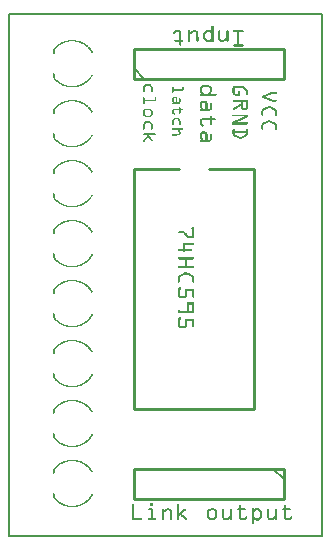
<source format=gto>
G04 MADE WITH FRITZING*
G04 WWW.FRITZING.ORG*
G04 DOUBLE SIDED*
G04 HOLES PLATED*
G04 CONTOUR ON CENTER OF CONTOUR VECTOR*
%ASAXBY*%
%FSLAX23Y23*%
%MOIN*%
%OFA0B0*%
%SFA1.0B1.0*%
%ADD10R,1.050040X1.746960X1.034040X1.730960*%
%ADD11C,0.008000*%
%ADD12C,0.010000*%
%ADD13C,0.005000*%
%ADD14R,0.001000X0.001000*%
%LNSILK1*%
G90*
G70*
G54D11*
X4Y1743D02*
X1046Y1743D01*
X1046Y4D01*
X4Y4D01*
X4Y1743D01*
D02*
G54D12*
X422Y1227D02*
X422Y427D01*
D02*
X422Y427D02*
X822Y427D01*
D02*
X822Y427D02*
X822Y1227D01*
D02*
X422Y1227D02*
X572Y1227D01*
D02*
X672Y1227D02*
X822Y1227D01*
D02*
X919Y227D02*
X419Y227D01*
D02*
X419Y227D02*
X419Y127D01*
D02*
X419Y127D02*
X919Y127D01*
D02*
X919Y127D02*
X919Y227D01*
G54D13*
D02*
X884Y227D02*
X919Y192D01*
G54D12*
D02*
X419Y1527D02*
X919Y1527D01*
D02*
X919Y1527D02*
X919Y1627D01*
D02*
X919Y1627D02*
X419Y1627D01*
D02*
X419Y1627D02*
X419Y1527D01*
G54D13*
D02*
X454Y1527D02*
X419Y1562D01*
G54D14*
X680Y1703D02*
X684Y1703D01*
X679Y1702D02*
X684Y1702D01*
X679Y1701D02*
X685Y1701D01*
X679Y1700D02*
X685Y1700D01*
X679Y1699D02*
X685Y1699D01*
X679Y1698D02*
X685Y1698D01*
X679Y1697D02*
X685Y1697D01*
X679Y1696D02*
X685Y1696D01*
X679Y1695D02*
X685Y1695D01*
X679Y1694D02*
X685Y1694D01*
X679Y1693D02*
X685Y1693D01*
X679Y1692D02*
X685Y1692D01*
X679Y1691D02*
X685Y1691D01*
X665Y1690D02*
X671Y1690D01*
X679Y1690D02*
X685Y1690D01*
X561Y1689D02*
X568Y1689D01*
X620Y1689D02*
X624Y1689D01*
X662Y1689D02*
X674Y1689D01*
X679Y1689D02*
X685Y1689D01*
X732Y1689D02*
X732Y1689D01*
X755Y1689D02*
X782Y1689D01*
X557Y1688D02*
X572Y1688D01*
X602Y1688D02*
X606Y1688D01*
X616Y1688D02*
X628Y1688D01*
X661Y1688D02*
X675Y1688D01*
X679Y1688D02*
X685Y1688D01*
X703Y1688D02*
X706Y1688D01*
X730Y1688D02*
X734Y1688D01*
X752Y1688D02*
X784Y1688D01*
X556Y1687D02*
X574Y1687D01*
X602Y1687D02*
X607Y1687D01*
X615Y1687D02*
X630Y1687D01*
X660Y1687D02*
X676Y1687D01*
X679Y1687D02*
X685Y1687D01*
X702Y1687D02*
X707Y1687D01*
X729Y1687D02*
X735Y1687D01*
X752Y1687D02*
X785Y1687D01*
X555Y1686D02*
X575Y1686D01*
X601Y1686D02*
X607Y1686D01*
X613Y1686D02*
X631Y1686D01*
X659Y1686D02*
X677Y1686D01*
X679Y1686D02*
X685Y1686D01*
X702Y1686D02*
X707Y1686D01*
X729Y1686D02*
X735Y1686D01*
X751Y1686D02*
X785Y1686D01*
X554Y1685D02*
X576Y1685D01*
X601Y1685D02*
X607Y1685D01*
X611Y1685D02*
X632Y1685D01*
X658Y1685D02*
X685Y1685D01*
X701Y1685D02*
X707Y1685D01*
X729Y1685D02*
X735Y1685D01*
X751Y1685D02*
X785Y1685D01*
X553Y1684D02*
X577Y1684D01*
X601Y1684D02*
X607Y1684D01*
X610Y1684D02*
X633Y1684D01*
X656Y1684D02*
X685Y1684D01*
X701Y1684D02*
X707Y1684D01*
X729Y1684D02*
X735Y1684D01*
X752Y1684D02*
X785Y1684D01*
X552Y1683D02*
X577Y1683D01*
X601Y1683D02*
X633Y1683D01*
X655Y1683D02*
X665Y1683D01*
X671Y1683D02*
X685Y1683D01*
X701Y1683D02*
X707Y1683D01*
X729Y1683D02*
X735Y1683D01*
X753Y1683D02*
X784Y1683D01*
X552Y1682D02*
X561Y1682D01*
X569Y1682D02*
X577Y1682D01*
X601Y1682D02*
X619Y1682D01*
X625Y1682D02*
X634Y1682D01*
X654Y1682D02*
X664Y1682D01*
X672Y1682D02*
X685Y1682D01*
X702Y1682D02*
X708Y1682D01*
X729Y1682D02*
X735Y1682D01*
X765Y1682D02*
X772Y1682D01*
X552Y1681D02*
X559Y1681D01*
X571Y1681D02*
X578Y1681D01*
X601Y1681D02*
X617Y1681D01*
X627Y1681D02*
X634Y1681D01*
X653Y1681D02*
X663Y1681D01*
X673Y1681D02*
X685Y1681D01*
X702Y1681D02*
X708Y1681D01*
X729Y1681D02*
X735Y1681D01*
X765Y1681D02*
X771Y1681D01*
X551Y1680D02*
X558Y1680D01*
X572Y1680D02*
X578Y1680D01*
X601Y1680D02*
X616Y1680D01*
X628Y1680D02*
X634Y1680D01*
X653Y1680D02*
X661Y1680D01*
X674Y1680D02*
X685Y1680D01*
X702Y1680D02*
X708Y1680D01*
X729Y1680D02*
X735Y1680D01*
X765Y1680D02*
X771Y1680D01*
X551Y1679D02*
X557Y1679D01*
X572Y1679D02*
X578Y1679D01*
X601Y1679D02*
X614Y1679D01*
X628Y1679D02*
X634Y1679D01*
X652Y1679D02*
X660Y1679D01*
X675Y1679D02*
X685Y1679D01*
X702Y1679D02*
X708Y1679D01*
X729Y1679D02*
X735Y1679D01*
X765Y1679D02*
X771Y1679D01*
X552Y1678D02*
X557Y1678D01*
X572Y1678D02*
X578Y1678D01*
X601Y1678D02*
X612Y1678D01*
X628Y1678D02*
X634Y1678D01*
X652Y1678D02*
X659Y1678D01*
X676Y1678D02*
X685Y1678D01*
X702Y1678D02*
X708Y1678D01*
X729Y1678D02*
X735Y1678D01*
X765Y1678D02*
X771Y1678D01*
X553Y1677D02*
X556Y1677D01*
X572Y1677D02*
X578Y1677D01*
X601Y1677D02*
X611Y1677D01*
X628Y1677D02*
X634Y1677D01*
X652Y1677D02*
X658Y1677D01*
X677Y1677D02*
X685Y1677D01*
X702Y1677D02*
X708Y1677D01*
X729Y1677D02*
X735Y1677D01*
X765Y1677D02*
X771Y1677D01*
X572Y1676D02*
X578Y1676D01*
X601Y1676D02*
X609Y1676D01*
X628Y1676D02*
X634Y1676D01*
X651Y1676D02*
X658Y1676D01*
X678Y1676D02*
X685Y1676D01*
X702Y1676D02*
X708Y1676D01*
X729Y1676D02*
X735Y1676D01*
X765Y1676D02*
X771Y1676D01*
X572Y1675D02*
X578Y1675D01*
X601Y1675D02*
X608Y1675D01*
X628Y1675D02*
X634Y1675D01*
X651Y1675D02*
X657Y1675D01*
X679Y1675D02*
X685Y1675D01*
X702Y1675D02*
X708Y1675D01*
X729Y1675D02*
X735Y1675D01*
X765Y1675D02*
X771Y1675D01*
X572Y1674D02*
X578Y1674D01*
X601Y1674D02*
X607Y1674D01*
X628Y1674D02*
X634Y1674D01*
X651Y1674D02*
X657Y1674D01*
X679Y1674D02*
X685Y1674D01*
X702Y1674D02*
X708Y1674D01*
X729Y1674D02*
X735Y1674D01*
X765Y1674D02*
X771Y1674D01*
X572Y1673D02*
X578Y1673D01*
X601Y1673D02*
X607Y1673D01*
X628Y1673D02*
X634Y1673D01*
X651Y1673D02*
X657Y1673D01*
X679Y1673D02*
X685Y1673D01*
X702Y1673D02*
X708Y1673D01*
X729Y1673D02*
X735Y1673D01*
X765Y1673D02*
X771Y1673D01*
X572Y1672D02*
X578Y1672D01*
X601Y1672D02*
X607Y1672D01*
X628Y1672D02*
X634Y1672D01*
X651Y1672D02*
X657Y1672D01*
X679Y1672D02*
X685Y1672D01*
X702Y1672D02*
X708Y1672D01*
X729Y1672D02*
X735Y1672D01*
X765Y1672D02*
X771Y1672D01*
X572Y1671D02*
X578Y1671D01*
X601Y1671D02*
X607Y1671D01*
X628Y1671D02*
X634Y1671D01*
X651Y1671D02*
X657Y1671D01*
X679Y1671D02*
X685Y1671D01*
X702Y1671D02*
X708Y1671D01*
X729Y1671D02*
X735Y1671D01*
X765Y1671D02*
X771Y1671D01*
X572Y1670D02*
X578Y1670D01*
X601Y1670D02*
X607Y1670D01*
X628Y1670D02*
X634Y1670D01*
X651Y1670D02*
X657Y1670D01*
X679Y1670D02*
X685Y1670D01*
X702Y1670D02*
X708Y1670D01*
X729Y1670D02*
X735Y1670D01*
X765Y1670D02*
X771Y1670D01*
X572Y1669D02*
X578Y1669D01*
X601Y1669D02*
X607Y1669D01*
X628Y1669D02*
X634Y1669D01*
X651Y1669D02*
X657Y1669D01*
X679Y1669D02*
X685Y1669D01*
X702Y1669D02*
X708Y1669D01*
X729Y1669D02*
X735Y1669D01*
X765Y1669D02*
X771Y1669D01*
X572Y1668D02*
X578Y1668D01*
X601Y1668D02*
X607Y1668D01*
X628Y1668D02*
X634Y1668D01*
X651Y1668D02*
X657Y1668D01*
X679Y1668D02*
X685Y1668D01*
X702Y1668D02*
X708Y1668D01*
X729Y1668D02*
X735Y1668D01*
X765Y1668D02*
X771Y1668D01*
X572Y1667D02*
X578Y1667D01*
X601Y1667D02*
X607Y1667D01*
X629Y1667D02*
X634Y1667D01*
X651Y1667D02*
X657Y1667D01*
X679Y1667D02*
X685Y1667D01*
X702Y1667D02*
X708Y1667D01*
X729Y1667D02*
X735Y1667D01*
X765Y1667D02*
X771Y1667D01*
X572Y1666D02*
X578Y1666D01*
X601Y1666D02*
X607Y1666D01*
X629Y1666D02*
X635Y1666D01*
X651Y1666D02*
X657Y1666D01*
X679Y1666D02*
X685Y1666D01*
X702Y1666D02*
X708Y1666D01*
X729Y1666D02*
X735Y1666D01*
X765Y1666D02*
X771Y1666D01*
X572Y1665D02*
X578Y1665D01*
X601Y1665D02*
X607Y1665D01*
X629Y1665D02*
X635Y1665D01*
X651Y1665D02*
X657Y1665D01*
X679Y1665D02*
X685Y1665D01*
X702Y1665D02*
X708Y1665D01*
X729Y1665D02*
X735Y1665D01*
X765Y1665D02*
X771Y1665D01*
X572Y1664D02*
X578Y1664D01*
X601Y1664D02*
X607Y1664D01*
X629Y1664D02*
X635Y1664D01*
X651Y1664D02*
X657Y1664D01*
X679Y1664D02*
X685Y1664D01*
X702Y1664D02*
X708Y1664D01*
X729Y1664D02*
X735Y1664D01*
X765Y1664D02*
X771Y1664D01*
X572Y1663D02*
X578Y1663D01*
X601Y1663D02*
X607Y1663D01*
X629Y1663D02*
X635Y1663D01*
X651Y1663D02*
X658Y1663D01*
X678Y1663D02*
X685Y1663D01*
X702Y1663D02*
X708Y1663D01*
X727Y1663D02*
X735Y1663D01*
X765Y1663D02*
X771Y1663D01*
X572Y1662D02*
X578Y1662D01*
X601Y1662D02*
X607Y1662D01*
X629Y1662D02*
X635Y1662D01*
X652Y1662D02*
X658Y1662D01*
X677Y1662D02*
X685Y1662D01*
X702Y1662D02*
X708Y1662D01*
X726Y1662D02*
X735Y1662D01*
X765Y1662D02*
X771Y1662D01*
X572Y1661D02*
X578Y1661D01*
X601Y1661D02*
X607Y1661D01*
X629Y1661D02*
X635Y1661D01*
X652Y1661D02*
X659Y1661D01*
X676Y1661D02*
X685Y1661D01*
X702Y1661D02*
X708Y1661D01*
X724Y1661D02*
X735Y1661D01*
X765Y1661D02*
X771Y1661D01*
X572Y1660D02*
X578Y1660D01*
X601Y1660D02*
X607Y1660D01*
X629Y1660D02*
X635Y1660D01*
X652Y1660D02*
X660Y1660D01*
X676Y1660D02*
X685Y1660D01*
X702Y1660D02*
X708Y1660D01*
X723Y1660D02*
X735Y1660D01*
X765Y1660D02*
X771Y1660D01*
X572Y1659D02*
X578Y1659D01*
X601Y1659D02*
X607Y1659D01*
X629Y1659D02*
X635Y1659D01*
X653Y1659D02*
X661Y1659D01*
X675Y1659D02*
X685Y1659D01*
X702Y1659D02*
X709Y1659D01*
X721Y1659D02*
X735Y1659D01*
X765Y1659D02*
X771Y1659D01*
X572Y1658D02*
X578Y1658D01*
X601Y1658D02*
X607Y1658D01*
X629Y1658D02*
X635Y1658D01*
X653Y1658D02*
X662Y1658D01*
X674Y1658D02*
X685Y1658D01*
X702Y1658D02*
X709Y1658D01*
X720Y1658D02*
X735Y1658D01*
X765Y1658D02*
X771Y1658D01*
X572Y1657D02*
X578Y1657D01*
X601Y1657D02*
X607Y1657D01*
X629Y1657D02*
X635Y1657D01*
X654Y1657D02*
X663Y1657D01*
X673Y1657D02*
X685Y1657D01*
X703Y1657D02*
X710Y1657D01*
X718Y1657D02*
X735Y1657D01*
X765Y1657D02*
X771Y1657D01*
X208Y1656D02*
X221Y1656D01*
X556Y1656D02*
X583Y1656D01*
X601Y1656D02*
X607Y1656D01*
X629Y1656D02*
X635Y1656D01*
X655Y1656D02*
X665Y1656D01*
X671Y1656D02*
X685Y1656D01*
X703Y1656D02*
X735Y1656D01*
X765Y1656D02*
X771Y1656D01*
X200Y1655D02*
X228Y1655D01*
X555Y1655D02*
X584Y1655D01*
X601Y1655D02*
X607Y1655D01*
X629Y1655D02*
X635Y1655D01*
X656Y1655D02*
X685Y1655D01*
X704Y1655D02*
X727Y1655D01*
X729Y1655D02*
X735Y1655D01*
X765Y1655D02*
X771Y1655D01*
X196Y1654D02*
X233Y1654D01*
X555Y1654D02*
X585Y1654D01*
X601Y1654D02*
X607Y1654D01*
X629Y1654D02*
X635Y1654D01*
X657Y1654D02*
X685Y1654D01*
X704Y1654D02*
X726Y1654D01*
X729Y1654D02*
X735Y1654D01*
X765Y1654D02*
X771Y1654D01*
X192Y1653D02*
X237Y1653D01*
X555Y1653D02*
X585Y1653D01*
X601Y1653D02*
X607Y1653D01*
X629Y1653D02*
X635Y1653D01*
X658Y1653D02*
X685Y1653D01*
X705Y1653D02*
X724Y1653D01*
X729Y1653D02*
X735Y1653D01*
X765Y1653D02*
X771Y1653D01*
X189Y1652D02*
X240Y1652D01*
X555Y1652D02*
X585Y1652D01*
X602Y1652D02*
X607Y1652D01*
X629Y1652D02*
X635Y1652D01*
X659Y1652D02*
X676Y1652D01*
X679Y1652D02*
X685Y1652D01*
X706Y1652D02*
X722Y1652D01*
X729Y1652D02*
X735Y1652D01*
X765Y1652D02*
X771Y1652D01*
X186Y1651D02*
X204Y1651D01*
X224Y1651D02*
X243Y1651D01*
X556Y1651D02*
X584Y1651D01*
X602Y1651D02*
X607Y1651D01*
X630Y1651D02*
X634Y1651D01*
X661Y1651D02*
X675Y1651D01*
X679Y1651D02*
X685Y1651D01*
X708Y1651D02*
X721Y1651D01*
X730Y1651D02*
X734Y1651D01*
X765Y1651D02*
X771Y1651D01*
X184Y1650D02*
X199Y1650D01*
X230Y1650D02*
X245Y1650D01*
X557Y1650D02*
X583Y1650D01*
X603Y1650D02*
X605Y1650D01*
X631Y1650D02*
X633Y1650D01*
X662Y1650D02*
X674Y1650D01*
X679Y1650D02*
X684Y1650D01*
X710Y1650D02*
X718Y1650D01*
X731Y1650D02*
X733Y1650D01*
X765Y1650D02*
X771Y1650D01*
X181Y1649D02*
X194Y1649D01*
X234Y1649D02*
X247Y1649D01*
X572Y1649D02*
X578Y1649D01*
X664Y1649D02*
X672Y1649D01*
X680Y1649D02*
X684Y1649D01*
X765Y1649D02*
X771Y1649D01*
X179Y1648D02*
X191Y1648D01*
X237Y1648D02*
X249Y1648D01*
X572Y1648D02*
X578Y1648D01*
X765Y1648D02*
X771Y1648D01*
X177Y1647D02*
X188Y1647D01*
X240Y1647D02*
X251Y1647D01*
X572Y1647D02*
X578Y1647D01*
X765Y1647D02*
X771Y1647D01*
X175Y1646D02*
X186Y1646D01*
X243Y1646D02*
X253Y1646D01*
X572Y1646D02*
X578Y1646D01*
X765Y1646D02*
X771Y1646D01*
X174Y1645D02*
X183Y1645D01*
X245Y1645D02*
X255Y1645D01*
X572Y1645D02*
X578Y1645D01*
X765Y1645D02*
X771Y1645D01*
X172Y1644D02*
X181Y1644D01*
X247Y1644D02*
X256Y1644D01*
X572Y1644D02*
X578Y1644D01*
X765Y1644D02*
X771Y1644D01*
X171Y1643D02*
X179Y1643D01*
X249Y1643D02*
X258Y1643D01*
X572Y1643D02*
X578Y1643D01*
X765Y1643D02*
X771Y1643D01*
X169Y1642D02*
X177Y1642D01*
X251Y1642D02*
X259Y1642D01*
X572Y1642D02*
X578Y1642D01*
X765Y1642D02*
X772Y1642D01*
X168Y1641D02*
X176Y1641D01*
X253Y1641D02*
X261Y1641D01*
X572Y1641D02*
X578Y1641D01*
X753Y1641D02*
X784Y1641D01*
X166Y1640D02*
X174Y1640D01*
X254Y1640D02*
X262Y1640D01*
X572Y1640D02*
X578Y1640D01*
X752Y1640D02*
X784Y1640D01*
X165Y1639D02*
X173Y1639D01*
X256Y1639D02*
X263Y1639D01*
X573Y1639D02*
X577Y1639D01*
X751Y1639D02*
X785Y1639D01*
X164Y1638D02*
X171Y1638D01*
X257Y1638D02*
X265Y1638D01*
X575Y1638D02*
X576Y1638D01*
X751Y1638D02*
X785Y1638D01*
X163Y1637D02*
X170Y1637D01*
X259Y1637D02*
X266Y1637D01*
X752Y1637D02*
X785Y1637D01*
X162Y1636D02*
X168Y1636D01*
X260Y1636D02*
X267Y1636D01*
X752Y1636D02*
X784Y1636D01*
X160Y1635D02*
X167Y1635D01*
X261Y1635D02*
X268Y1635D01*
X754Y1635D02*
X782Y1635D01*
X159Y1634D02*
X166Y1634D01*
X262Y1634D02*
X269Y1634D01*
X158Y1633D02*
X165Y1633D01*
X264Y1633D02*
X270Y1633D01*
X157Y1632D02*
X164Y1632D01*
X265Y1632D02*
X271Y1632D01*
X156Y1631D02*
X163Y1631D01*
X266Y1631D02*
X272Y1631D01*
X156Y1630D02*
X162Y1630D01*
X267Y1630D02*
X273Y1630D01*
X155Y1629D02*
X161Y1629D01*
X268Y1629D02*
X274Y1629D01*
X154Y1628D02*
X160Y1628D01*
X269Y1628D02*
X275Y1628D01*
X153Y1627D02*
X159Y1627D01*
X270Y1627D02*
X275Y1627D01*
X152Y1626D02*
X158Y1626D01*
X271Y1626D02*
X276Y1626D01*
X151Y1625D02*
X157Y1625D01*
X272Y1625D02*
X277Y1625D01*
X151Y1624D02*
X156Y1624D01*
X272Y1624D02*
X278Y1624D01*
X151Y1623D02*
X155Y1623D01*
X273Y1623D02*
X279Y1623D01*
X151Y1622D02*
X155Y1622D01*
X274Y1622D02*
X279Y1622D01*
X151Y1621D02*
X155Y1621D01*
X275Y1621D02*
X280Y1621D01*
X151Y1620D02*
X155Y1620D01*
X275Y1620D02*
X281Y1620D01*
X151Y1619D02*
X155Y1619D01*
X276Y1619D02*
X281Y1619D01*
X151Y1618D02*
X155Y1618D01*
X277Y1618D02*
X282Y1618D01*
X151Y1617D02*
X155Y1617D01*
X277Y1617D02*
X282Y1617D01*
X151Y1616D02*
X155Y1616D01*
X278Y1616D02*
X282Y1616D01*
X151Y1615D02*
X155Y1615D01*
X279Y1615D02*
X282Y1615D01*
X151Y1614D02*
X155Y1614D01*
X151Y1613D02*
X155Y1613D01*
X151Y1612D02*
X155Y1612D01*
X151Y1611D02*
X155Y1611D01*
X151Y1610D02*
X154Y1610D01*
X151Y1609D02*
X152Y1609D01*
X151Y1545D02*
X153Y1545D01*
X151Y1544D02*
X155Y1544D01*
X151Y1543D02*
X155Y1543D01*
X151Y1542D02*
X155Y1542D01*
X151Y1541D02*
X155Y1541D01*
X151Y1540D02*
X155Y1540D01*
X279Y1540D02*
X283Y1540D01*
X151Y1539D02*
X155Y1539D01*
X278Y1539D02*
X283Y1539D01*
X151Y1538D02*
X155Y1538D01*
X278Y1538D02*
X283Y1538D01*
X151Y1537D02*
X155Y1537D01*
X277Y1537D02*
X282Y1537D01*
X151Y1536D02*
X155Y1536D01*
X276Y1536D02*
X281Y1536D01*
X151Y1535D02*
X155Y1535D01*
X276Y1535D02*
X281Y1535D01*
X151Y1534D02*
X155Y1534D01*
X275Y1534D02*
X280Y1534D01*
X151Y1533D02*
X155Y1533D01*
X274Y1533D02*
X280Y1533D01*
X151Y1532D02*
X155Y1532D01*
X274Y1532D02*
X279Y1532D01*
X151Y1531D02*
X156Y1531D01*
X273Y1531D02*
X278Y1531D01*
X151Y1530D02*
X157Y1530D01*
X272Y1530D02*
X277Y1530D01*
X152Y1529D02*
X157Y1529D01*
X271Y1529D02*
X277Y1529D01*
X153Y1528D02*
X158Y1528D01*
X270Y1528D02*
X276Y1528D01*
X153Y1527D02*
X159Y1527D01*
X269Y1527D02*
X275Y1527D01*
X154Y1526D02*
X160Y1526D01*
X268Y1526D02*
X274Y1526D01*
X155Y1525D02*
X161Y1525D01*
X267Y1525D02*
X273Y1525D01*
X156Y1524D02*
X162Y1524D01*
X266Y1524D02*
X272Y1524D01*
X157Y1523D02*
X163Y1523D01*
X265Y1523D02*
X272Y1523D01*
X158Y1522D02*
X164Y1522D01*
X264Y1522D02*
X271Y1522D01*
X159Y1521D02*
X165Y1521D01*
X263Y1521D02*
X270Y1521D01*
X160Y1520D02*
X167Y1520D01*
X262Y1520D02*
X269Y1520D01*
X161Y1519D02*
X168Y1519D01*
X261Y1519D02*
X267Y1519D01*
X162Y1518D02*
X169Y1518D01*
X259Y1518D02*
X266Y1518D01*
X163Y1517D02*
X171Y1517D01*
X258Y1517D02*
X265Y1517D01*
X164Y1516D02*
X172Y1516D01*
X257Y1516D02*
X264Y1516D01*
X166Y1515D02*
X173Y1515D01*
X255Y1515D02*
X263Y1515D01*
X167Y1514D02*
X175Y1514D01*
X254Y1514D02*
X261Y1514D01*
X168Y1513D02*
X177Y1513D01*
X252Y1513D02*
X260Y1513D01*
X170Y1512D02*
X179Y1512D01*
X250Y1512D02*
X259Y1512D01*
X171Y1511D02*
X180Y1511D01*
X248Y1511D02*
X257Y1511D01*
X173Y1510D02*
X182Y1510D01*
X246Y1510D02*
X256Y1510D01*
X174Y1509D02*
X185Y1509D01*
X244Y1509D02*
X254Y1509D01*
X460Y1509D02*
X473Y1509D01*
X176Y1508D02*
X187Y1508D01*
X242Y1508D02*
X252Y1508D01*
X458Y1508D02*
X475Y1508D01*
X178Y1507D02*
X190Y1507D01*
X239Y1507D02*
X250Y1507D01*
X457Y1507D02*
X476Y1507D01*
X180Y1506D02*
X193Y1506D01*
X236Y1506D02*
X248Y1506D01*
X456Y1506D02*
X477Y1506D01*
X182Y1505D02*
X196Y1505D01*
X232Y1505D02*
X246Y1505D01*
X455Y1505D02*
X478Y1505D01*
X649Y1505D02*
X671Y1505D01*
X185Y1504D02*
X201Y1504D01*
X227Y1504D02*
X244Y1504D01*
X455Y1504D02*
X462Y1504D01*
X471Y1504D02*
X479Y1504D01*
X647Y1504D02*
X673Y1504D01*
X187Y1503D02*
X210Y1503D01*
X219Y1503D02*
X241Y1503D01*
X454Y1503D02*
X460Y1503D01*
X473Y1503D02*
X479Y1503D01*
X646Y1503D02*
X674Y1503D01*
X755Y1503D02*
X781Y1503D01*
X190Y1502D02*
X238Y1502D01*
X453Y1502D02*
X459Y1502D01*
X473Y1502D02*
X480Y1502D01*
X645Y1502D02*
X675Y1502D01*
X754Y1502D02*
X783Y1502D01*
X193Y1501D02*
X235Y1501D01*
X452Y1501D02*
X459Y1501D01*
X474Y1501D02*
X481Y1501D01*
X644Y1501D02*
X676Y1501D01*
X752Y1501D02*
X785Y1501D01*
X198Y1500D02*
X231Y1500D01*
X452Y1500D02*
X458Y1500D01*
X475Y1500D02*
X481Y1500D01*
X643Y1500D02*
X677Y1500D01*
X751Y1500D02*
X786Y1500D01*
X203Y1499D02*
X225Y1499D01*
X451Y1499D02*
X457Y1499D01*
X476Y1499D02*
X482Y1499D01*
X549Y1499D02*
X551Y1499D01*
X582Y1499D02*
X584Y1499D01*
X643Y1499D02*
X678Y1499D01*
X751Y1499D02*
X787Y1499D01*
X451Y1498D02*
X456Y1498D01*
X477Y1498D02*
X482Y1498D01*
X548Y1498D02*
X552Y1498D01*
X581Y1498D02*
X585Y1498D01*
X642Y1498D02*
X651Y1498D01*
X670Y1498D02*
X679Y1498D01*
X750Y1498D02*
X789Y1498D01*
X451Y1497D02*
X456Y1497D01*
X477Y1497D02*
X482Y1497D01*
X548Y1497D02*
X552Y1497D01*
X581Y1497D02*
X585Y1497D01*
X641Y1497D02*
X649Y1497D01*
X671Y1497D02*
X679Y1497D01*
X750Y1497D02*
X758Y1497D01*
X778Y1497D02*
X790Y1497D01*
X451Y1496D02*
X455Y1496D01*
X477Y1496D02*
X482Y1496D01*
X548Y1496D02*
X552Y1496D01*
X581Y1496D02*
X585Y1496D01*
X641Y1496D02*
X649Y1496D01*
X672Y1496D02*
X680Y1496D01*
X750Y1496D02*
X756Y1496D01*
X781Y1496D02*
X791Y1496D01*
X451Y1495D02*
X455Y1495D01*
X477Y1495D02*
X482Y1495D01*
X548Y1495D02*
X552Y1495D01*
X581Y1495D02*
X585Y1495D01*
X641Y1495D02*
X648Y1495D01*
X673Y1495D02*
X680Y1495D01*
X749Y1495D02*
X755Y1495D01*
X783Y1495D02*
X793Y1495D01*
X451Y1494D02*
X455Y1494D01*
X477Y1494D02*
X482Y1494D01*
X548Y1494D02*
X552Y1494D01*
X581Y1494D02*
X585Y1494D01*
X641Y1494D02*
X647Y1494D01*
X674Y1494D02*
X680Y1494D01*
X749Y1494D02*
X755Y1494D01*
X784Y1494D02*
X794Y1494D01*
X451Y1493D02*
X455Y1493D01*
X477Y1493D02*
X482Y1493D01*
X548Y1493D02*
X552Y1493D01*
X581Y1493D02*
X585Y1493D01*
X641Y1493D02*
X647Y1493D01*
X674Y1493D02*
X680Y1493D01*
X749Y1493D02*
X755Y1493D01*
X785Y1493D02*
X795Y1493D01*
X451Y1492D02*
X455Y1492D01*
X477Y1492D02*
X482Y1492D01*
X548Y1492D02*
X585Y1492D01*
X640Y1492D02*
X647Y1492D01*
X674Y1492D02*
X680Y1492D01*
X749Y1492D02*
X755Y1492D01*
X786Y1492D02*
X796Y1492D01*
X451Y1491D02*
X455Y1491D01*
X477Y1491D02*
X482Y1491D01*
X548Y1491D02*
X585Y1491D01*
X640Y1491D02*
X647Y1491D01*
X674Y1491D02*
X680Y1491D01*
X749Y1491D02*
X755Y1491D01*
X788Y1491D02*
X798Y1491D01*
X451Y1490D02*
X455Y1490D01*
X477Y1490D02*
X482Y1490D01*
X548Y1490D02*
X585Y1490D01*
X640Y1490D02*
X647Y1490D01*
X674Y1490D02*
X680Y1490D01*
X749Y1490D02*
X755Y1490D01*
X789Y1490D02*
X798Y1490D01*
X451Y1489D02*
X455Y1489D01*
X477Y1489D02*
X482Y1489D01*
X548Y1489D02*
X585Y1489D01*
X640Y1489D02*
X647Y1489D01*
X674Y1489D02*
X680Y1489D01*
X749Y1489D02*
X755Y1489D01*
X790Y1489D02*
X799Y1489D01*
X451Y1488D02*
X455Y1488D01*
X477Y1488D02*
X482Y1488D01*
X548Y1488D02*
X584Y1488D01*
X640Y1488D02*
X647Y1488D01*
X674Y1488D02*
X680Y1488D01*
X749Y1488D02*
X755Y1488D01*
X792Y1488D02*
X800Y1488D01*
X451Y1487D02*
X455Y1487D01*
X477Y1487D02*
X482Y1487D01*
X548Y1487D02*
X552Y1487D01*
X640Y1487D02*
X647Y1487D01*
X674Y1487D02*
X680Y1487D01*
X749Y1487D02*
X755Y1487D01*
X768Y1487D02*
X770Y1487D01*
X793Y1487D02*
X800Y1487D01*
X451Y1486D02*
X455Y1486D01*
X477Y1486D02*
X482Y1486D01*
X548Y1486D02*
X552Y1486D01*
X641Y1486D02*
X647Y1486D01*
X674Y1486D02*
X680Y1486D01*
X749Y1486D02*
X755Y1486D01*
X767Y1486D02*
X771Y1486D01*
X794Y1486D02*
X800Y1486D01*
X451Y1485D02*
X455Y1485D01*
X477Y1485D02*
X482Y1485D01*
X548Y1485D02*
X552Y1485D01*
X641Y1485D02*
X647Y1485D01*
X673Y1485D02*
X680Y1485D01*
X749Y1485D02*
X755Y1485D01*
X767Y1485D02*
X772Y1485D01*
X794Y1485D02*
X800Y1485D01*
X451Y1484D02*
X455Y1484D01*
X477Y1484D02*
X482Y1484D01*
X548Y1484D02*
X552Y1484D01*
X641Y1484D02*
X648Y1484D01*
X672Y1484D02*
X680Y1484D01*
X749Y1484D02*
X755Y1484D01*
X766Y1484D02*
X772Y1484D01*
X795Y1484D02*
X800Y1484D01*
X451Y1483D02*
X455Y1483D01*
X478Y1483D02*
X482Y1483D01*
X548Y1483D02*
X552Y1483D01*
X641Y1483D02*
X649Y1483D01*
X671Y1483D02*
X679Y1483D01*
X749Y1483D02*
X755Y1483D01*
X766Y1483D02*
X772Y1483D01*
X795Y1483D02*
X800Y1483D01*
X880Y1483D02*
X894Y1483D01*
X452Y1482D02*
X454Y1482D01*
X479Y1482D02*
X481Y1482D01*
X548Y1482D02*
X552Y1482D01*
X642Y1482D02*
X650Y1482D01*
X671Y1482D02*
X679Y1482D01*
X749Y1482D02*
X755Y1482D01*
X766Y1482D02*
X772Y1482D01*
X795Y1482D02*
X800Y1482D01*
X878Y1482D02*
X895Y1482D01*
X549Y1481D02*
X551Y1481D01*
X642Y1481D02*
X651Y1481D01*
X670Y1481D02*
X678Y1481D01*
X749Y1481D02*
X755Y1481D01*
X766Y1481D02*
X772Y1481D01*
X795Y1481D02*
X800Y1481D01*
X875Y1481D02*
X896Y1481D01*
X643Y1480D02*
X652Y1480D01*
X669Y1480D02*
X677Y1480D01*
X749Y1480D02*
X755Y1480D01*
X766Y1480D02*
X772Y1480D01*
X795Y1480D02*
X800Y1480D01*
X873Y1480D02*
X896Y1480D01*
X644Y1479D02*
X653Y1479D01*
X668Y1479D02*
X677Y1479D01*
X750Y1479D02*
X756Y1479D01*
X766Y1479D02*
X772Y1479D01*
X795Y1479D02*
X800Y1479D01*
X870Y1479D02*
X896Y1479D01*
X645Y1478D02*
X654Y1478D01*
X667Y1478D02*
X676Y1478D01*
X750Y1478D02*
X757Y1478D01*
X766Y1478D02*
X772Y1478D01*
X795Y1478D02*
X800Y1478D01*
X868Y1478D02*
X895Y1478D01*
X643Y1477D02*
X693Y1477D01*
X750Y1477D02*
X772Y1477D01*
X795Y1477D02*
X800Y1477D01*
X865Y1477D02*
X894Y1477D01*
X641Y1476D02*
X694Y1476D01*
X751Y1476D02*
X772Y1476D01*
X795Y1476D02*
X800Y1476D01*
X862Y1476D02*
X880Y1476D01*
X641Y1475D02*
X695Y1475D01*
X751Y1475D02*
X772Y1475D01*
X795Y1475D02*
X800Y1475D01*
X860Y1475D02*
X877Y1475D01*
X641Y1474D02*
X695Y1474D01*
X752Y1474D02*
X772Y1474D01*
X795Y1474D02*
X800Y1474D01*
X857Y1474D02*
X875Y1474D01*
X641Y1473D02*
X695Y1473D01*
X753Y1473D02*
X772Y1473D01*
X795Y1473D02*
X800Y1473D01*
X855Y1473D02*
X872Y1473D01*
X641Y1472D02*
X695Y1472D01*
X755Y1472D02*
X772Y1472D01*
X795Y1472D02*
X800Y1472D01*
X852Y1472D02*
X870Y1472D01*
X642Y1471D02*
X694Y1471D01*
X757Y1471D02*
X772Y1471D01*
X797Y1471D02*
X798Y1471D01*
X850Y1471D02*
X867Y1471D01*
X847Y1470D02*
X865Y1470D01*
X846Y1469D02*
X862Y1469D01*
X846Y1468D02*
X859Y1468D01*
X845Y1467D02*
X858Y1467D01*
X552Y1466D02*
X561Y1466D01*
X846Y1466D02*
X860Y1466D01*
X452Y1465D02*
X454Y1465D01*
X491Y1465D02*
X493Y1465D01*
X550Y1465D02*
X562Y1465D01*
X846Y1465D02*
X862Y1465D01*
X451Y1464D02*
X455Y1464D01*
X490Y1464D02*
X494Y1464D01*
X549Y1464D02*
X563Y1464D01*
X848Y1464D02*
X865Y1464D01*
X451Y1463D02*
X455Y1463D01*
X490Y1463D02*
X494Y1463D01*
X549Y1463D02*
X563Y1463D01*
X850Y1463D02*
X867Y1463D01*
X451Y1462D02*
X455Y1462D01*
X490Y1462D02*
X494Y1462D01*
X548Y1462D02*
X554Y1462D01*
X558Y1462D02*
X564Y1462D01*
X572Y1462D02*
X573Y1462D01*
X853Y1462D02*
X870Y1462D01*
X451Y1461D02*
X455Y1461D01*
X490Y1461D02*
X494Y1461D01*
X548Y1461D02*
X552Y1461D01*
X560Y1461D02*
X564Y1461D01*
X571Y1461D02*
X574Y1461D01*
X855Y1461D02*
X872Y1461D01*
X451Y1460D02*
X455Y1460D01*
X490Y1460D02*
X494Y1460D01*
X548Y1460D02*
X552Y1460D01*
X560Y1460D02*
X564Y1460D01*
X571Y1460D02*
X575Y1460D01*
X858Y1460D02*
X875Y1460D01*
X451Y1459D02*
X455Y1459D01*
X490Y1459D02*
X494Y1459D01*
X548Y1459D02*
X552Y1459D01*
X560Y1459D02*
X564Y1459D01*
X571Y1459D02*
X575Y1459D01*
X860Y1459D02*
X878Y1459D01*
X451Y1458D02*
X455Y1458D01*
X490Y1458D02*
X494Y1458D01*
X548Y1458D02*
X552Y1458D01*
X560Y1458D02*
X564Y1458D01*
X571Y1458D02*
X575Y1458D01*
X863Y1458D02*
X880Y1458D01*
X451Y1457D02*
X494Y1457D01*
X548Y1457D02*
X552Y1457D01*
X560Y1457D02*
X564Y1457D01*
X571Y1457D02*
X575Y1457D01*
X865Y1457D02*
X894Y1457D01*
X207Y1456D02*
X222Y1456D01*
X451Y1456D02*
X494Y1456D01*
X548Y1456D02*
X552Y1456D01*
X560Y1456D02*
X564Y1456D01*
X571Y1456D02*
X575Y1456D01*
X868Y1456D02*
X895Y1456D01*
X200Y1455D02*
X229Y1455D01*
X451Y1455D02*
X494Y1455D01*
X548Y1455D02*
X552Y1455D01*
X560Y1455D02*
X564Y1455D01*
X571Y1455D02*
X575Y1455D01*
X750Y1455D02*
X800Y1455D01*
X871Y1455D02*
X896Y1455D01*
X195Y1454D02*
X234Y1454D01*
X451Y1454D02*
X494Y1454D01*
X548Y1454D02*
X552Y1454D01*
X560Y1454D02*
X564Y1454D01*
X571Y1454D02*
X575Y1454D01*
X649Y1454D02*
X657Y1454D01*
X750Y1454D02*
X800Y1454D01*
X873Y1454D02*
X896Y1454D01*
X192Y1453D02*
X237Y1453D01*
X451Y1453D02*
X494Y1453D01*
X548Y1453D02*
X552Y1453D01*
X560Y1453D02*
X564Y1453D01*
X571Y1453D02*
X575Y1453D01*
X646Y1453D02*
X659Y1453D01*
X749Y1453D02*
X800Y1453D01*
X876Y1453D02*
X896Y1453D01*
X188Y1452D02*
X240Y1452D01*
X451Y1452D02*
X493Y1452D01*
X548Y1452D02*
X553Y1452D01*
X560Y1452D02*
X564Y1452D01*
X571Y1452D02*
X575Y1452D01*
X645Y1452D02*
X661Y1452D01*
X749Y1452D02*
X800Y1452D01*
X878Y1452D02*
X895Y1452D01*
X186Y1451D02*
X203Y1451D01*
X225Y1451D02*
X243Y1451D01*
X451Y1451D02*
X455Y1451D01*
X548Y1451D02*
X553Y1451D01*
X560Y1451D02*
X564Y1451D01*
X571Y1451D02*
X575Y1451D01*
X643Y1451D02*
X662Y1451D01*
X750Y1451D02*
X800Y1451D01*
X881Y1451D02*
X894Y1451D01*
X183Y1450D02*
X198Y1450D01*
X230Y1450D02*
X245Y1450D01*
X451Y1450D02*
X455Y1450D01*
X549Y1450D02*
X554Y1450D01*
X560Y1450D02*
X564Y1450D01*
X571Y1450D02*
X575Y1450D01*
X643Y1450D02*
X663Y1450D01*
X751Y1450D02*
X800Y1450D01*
X181Y1449D02*
X194Y1449D01*
X234Y1449D02*
X248Y1449D01*
X451Y1449D02*
X455Y1449D01*
X550Y1449D02*
X554Y1449D01*
X560Y1449D02*
X564Y1449D01*
X570Y1449D02*
X574Y1449D01*
X642Y1449D02*
X663Y1449D01*
X777Y1449D02*
X784Y1449D01*
X794Y1449D02*
X800Y1449D01*
X179Y1448D02*
X191Y1448D01*
X238Y1448D02*
X250Y1448D01*
X451Y1448D02*
X455Y1448D01*
X550Y1448D02*
X555Y1448D01*
X558Y1448D02*
X574Y1448D01*
X641Y1448D02*
X664Y1448D01*
X778Y1448D02*
X783Y1448D01*
X795Y1448D02*
X800Y1448D01*
X177Y1447D02*
X188Y1447D01*
X241Y1447D02*
X252Y1447D01*
X451Y1447D02*
X455Y1447D01*
X549Y1447D02*
X574Y1447D01*
X641Y1447D02*
X650Y1447D01*
X656Y1447D02*
X664Y1447D01*
X676Y1447D02*
X678Y1447D01*
X778Y1447D02*
X783Y1447D01*
X795Y1447D02*
X800Y1447D01*
X175Y1446D02*
X185Y1446D01*
X243Y1446D02*
X253Y1446D01*
X451Y1446D02*
X455Y1446D01*
X548Y1446D02*
X573Y1446D01*
X641Y1446D02*
X648Y1446D01*
X658Y1446D02*
X665Y1446D01*
X675Y1446D02*
X679Y1446D01*
X778Y1446D02*
X783Y1446D01*
X795Y1446D02*
X800Y1446D01*
X174Y1445D02*
X183Y1445D01*
X245Y1445D02*
X255Y1445D01*
X451Y1445D02*
X455Y1445D01*
X548Y1445D02*
X572Y1445D01*
X641Y1445D02*
X647Y1445D01*
X658Y1445D02*
X665Y1445D01*
X674Y1445D02*
X680Y1445D01*
X778Y1445D02*
X783Y1445D01*
X795Y1445D02*
X800Y1445D01*
X172Y1444D02*
X181Y1444D01*
X247Y1444D02*
X257Y1444D01*
X451Y1444D02*
X455Y1444D01*
X548Y1444D02*
X570Y1444D01*
X641Y1444D02*
X647Y1444D01*
X659Y1444D02*
X665Y1444D01*
X674Y1444D02*
X680Y1444D01*
X777Y1444D02*
X783Y1444D01*
X795Y1444D02*
X800Y1444D01*
X170Y1443D02*
X179Y1443D01*
X249Y1443D02*
X258Y1443D01*
X549Y1443D02*
X558Y1443D01*
X640Y1443D02*
X647Y1443D01*
X659Y1443D02*
X665Y1443D01*
X674Y1443D02*
X680Y1443D01*
X775Y1443D02*
X783Y1443D01*
X795Y1443D02*
X800Y1443D01*
X169Y1442D02*
X177Y1442D01*
X251Y1442D02*
X260Y1442D01*
X640Y1442D02*
X647Y1442D01*
X659Y1442D02*
X665Y1442D01*
X674Y1442D02*
X680Y1442D01*
X773Y1442D02*
X783Y1442D01*
X795Y1442D02*
X800Y1442D01*
X168Y1441D02*
X175Y1441D01*
X253Y1441D02*
X261Y1441D01*
X640Y1441D02*
X647Y1441D01*
X659Y1441D02*
X665Y1441D01*
X674Y1441D02*
X680Y1441D01*
X771Y1441D02*
X783Y1441D01*
X795Y1441D02*
X800Y1441D01*
X166Y1440D02*
X174Y1440D01*
X254Y1440D02*
X262Y1440D01*
X640Y1440D02*
X647Y1440D01*
X659Y1440D02*
X665Y1440D01*
X674Y1440D02*
X680Y1440D01*
X770Y1440D02*
X783Y1440D01*
X795Y1440D02*
X800Y1440D01*
X165Y1439D02*
X172Y1439D01*
X256Y1439D02*
X264Y1439D01*
X640Y1439D02*
X647Y1439D01*
X659Y1439D02*
X665Y1439D01*
X674Y1439D02*
X680Y1439D01*
X768Y1439D02*
X783Y1439D01*
X795Y1439D02*
X800Y1439D01*
X164Y1438D02*
X171Y1438D01*
X257Y1438D02*
X265Y1438D01*
X640Y1438D02*
X647Y1438D01*
X659Y1438D02*
X665Y1438D01*
X674Y1438D02*
X680Y1438D01*
X766Y1438D02*
X783Y1438D01*
X795Y1438D02*
X800Y1438D01*
X162Y1437D02*
X170Y1437D01*
X259Y1437D02*
X266Y1437D01*
X640Y1437D02*
X647Y1437D01*
X659Y1437D02*
X665Y1437D01*
X674Y1437D02*
X680Y1437D01*
X765Y1437D02*
X783Y1437D01*
X795Y1437D02*
X800Y1437D01*
X161Y1436D02*
X168Y1436D01*
X260Y1436D02*
X267Y1436D01*
X640Y1436D02*
X647Y1436D01*
X659Y1436D02*
X665Y1436D01*
X674Y1436D02*
X680Y1436D01*
X763Y1436D02*
X775Y1436D01*
X778Y1436D02*
X783Y1436D01*
X795Y1436D02*
X800Y1436D01*
X871Y1436D02*
X871Y1436D01*
X160Y1435D02*
X167Y1435D01*
X261Y1435D02*
X268Y1435D01*
X640Y1435D02*
X647Y1435D01*
X659Y1435D02*
X665Y1435D01*
X674Y1435D02*
X680Y1435D01*
X761Y1435D02*
X774Y1435D01*
X778Y1435D02*
X783Y1435D01*
X795Y1435D02*
X800Y1435D01*
X866Y1435D02*
X875Y1435D01*
X159Y1434D02*
X166Y1434D01*
X263Y1434D02*
X269Y1434D01*
X640Y1434D02*
X647Y1434D01*
X659Y1434D02*
X665Y1434D01*
X674Y1434D02*
X680Y1434D01*
X759Y1434D02*
X772Y1434D01*
X778Y1434D02*
X783Y1434D01*
X795Y1434D02*
X800Y1434D01*
X863Y1434D02*
X878Y1434D01*
X158Y1433D02*
X165Y1433D01*
X264Y1433D02*
X270Y1433D01*
X640Y1433D02*
X647Y1433D01*
X659Y1433D02*
X665Y1433D01*
X674Y1433D02*
X680Y1433D01*
X758Y1433D02*
X770Y1433D01*
X778Y1433D02*
X783Y1433D01*
X795Y1433D02*
X800Y1433D01*
X861Y1433D02*
X880Y1433D01*
X157Y1432D02*
X164Y1432D01*
X265Y1432D02*
X271Y1432D01*
X641Y1432D02*
X648Y1432D01*
X659Y1432D02*
X665Y1432D01*
X674Y1432D02*
X680Y1432D01*
X756Y1432D02*
X769Y1432D01*
X778Y1432D02*
X784Y1432D01*
X794Y1432D02*
X800Y1432D01*
X859Y1432D02*
X882Y1432D01*
X156Y1431D02*
X163Y1431D01*
X266Y1431D02*
X272Y1431D01*
X571Y1431D02*
X574Y1431D01*
X641Y1431D02*
X648Y1431D01*
X659Y1431D02*
X665Y1431D01*
X674Y1431D02*
X680Y1431D01*
X754Y1431D02*
X767Y1431D01*
X778Y1431D02*
X784Y1431D01*
X794Y1431D02*
X800Y1431D01*
X857Y1431D02*
X884Y1431D01*
X155Y1430D02*
X161Y1430D01*
X267Y1430D02*
X273Y1430D01*
X571Y1430D02*
X575Y1430D01*
X642Y1430D02*
X649Y1430D01*
X659Y1430D02*
X665Y1430D01*
X674Y1430D02*
X680Y1430D01*
X753Y1430D02*
X765Y1430D01*
X778Y1430D02*
X785Y1430D01*
X793Y1430D02*
X800Y1430D01*
X855Y1430D02*
X886Y1430D01*
X155Y1429D02*
X160Y1429D01*
X268Y1429D02*
X274Y1429D01*
X571Y1429D02*
X575Y1429D01*
X642Y1429D02*
X650Y1429D01*
X659Y1429D02*
X665Y1429D01*
X674Y1429D02*
X680Y1429D01*
X751Y1429D02*
X763Y1429D01*
X778Y1429D02*
X800Y1429D01*
X853Y1429D02*
X868Y1429D01*
X874Y1429D02*
X888Y1429D01*
X154Y1428D02*
X159Y1428D01*
X269Y1428D02*
X275Y1428D01*
X571Y1428D02*
X575Y1428D01*
X643Y1428D02*
X650Y1428D01*
X658Y1428D02*
X665Y1428D01*
X673Y1428D02*
X680Y1428D01*
X750Y1428D02*
X762Y1428D01*
X779Y1428D02*
X799Y1428D01*
X851Y1428D02*
X865Y1428D01*
X876Y1428D02*
X890Y1428D01*
X153Y1427D02*
X159Y1427D01*
X270Y1427D02*
X276Y1427D01*
X458Y1427D02*
X474Y1427D01*
X554Y1427D02*
X581Y1427D01*
X643Y1427D02*
X651Y1427D01*
X657Y1427D02*
X665Y1427D01*
X670Y1427D02*
X680Y1427D01*
X749Y1427D02*
X760Y1427D01*
X780Y1427D02*
X798Y1427D01*
X850Y1427D02*
X863Y1427D01*
X878Y1427D02*
X892Y1427D01*
X152Y1426D02*
X158Y1426D01*
X271Y1426D02*
X276Y1426D01*
X456Y1426D02*
X476Y1426D01*
X552Y1426D02*
X582Y1426D01*
X644Y1426D02*
X679Y1426D01*
X749Y1426D02*
X758Y1426D01*
X780Y1426D02*
X798Y1426D01*
X849Y1426D02*
X861Y1426D01*
X880Y1426D02*
X893Y1426D01*
X151Y1425D02*
X157Y1425D01*
X272Y1425D02*
X277Y1425D01*
X455Y1425D02*
X478Y1425D01*
X550Y1425D02*
X583Y1425D01*
X642Y1425D02*
X679Y1425D01*
X750Y1425D02*
X757Y1425D01*
X781Y1425D02*
X796Y1425D01*
X848Y1425D02*
X859Y1425D01*
X882Y1425D02*
X894Y1425D01*
X151Y1424D02*
X156Y1424D01*
X272Y1424D02*
X278Y1424D01*
X454Y1424D02*
X479Y1424D01*
X549Y1424D02*
X583Y1424D01*
X641Y1424D02*
X678Y1424D01*
X750Y1424D02*
X755Y1424D01*
X783Y1424D02*
X795Y1424D01*
X847Y1424D02*
X857Y1424D01*
X884Y1424D02*
X894Y1424D01*
X151Y1423D02*
X155Y1423D01*
X273Y1423D02*
X279Y1423D01*
X453Y1423D02*
X480Y1423D01*
X549Y1423D02*
X582Y1423D01*
X641Y1423D02*
X677Y1423D01*
X751Y1423D02*
X753Y1423D01*
X785Y1423D02*
X792Y1423D01*
X846Y1423D02*
X855Y1423D01*
X886Y1423D02*
X895Y1423D01*
X151Y1422D02*
X155Y1422D01*
X274Y1422D02*
X279Y1422D01*
X453Y1422D02*
X480Y1422D01*
X548Y1422D02*
X554Y1422D01*
X570Y1422D02*
X575Y1422D01*
X641Y1422D02*
X676Y1422D01*
X846Y1422D02*
X853Y1422D01*
X888Y1422D02*
X895Y1422D01*
X151Y1421D02*
X155Y1421D01*
X275Y1421D02*
X280Y1421D01*
X452Y1421D02*
X458Y1421D01*
X475Y1421D02*
X481Y1421D01*
X548Y1421D02*
X552Y1421D01*
X571Y1421D02*
X575Y1421D01*
X641Y1421D02*
X674Y1421D01*
X846Y1421D02*
X852Y1421D01*
X889Y1421D02*
X896Y1421D01*
X151Y1420D02*
X155Y1420D01*
X275Y1420D02*
X281Y1420D01*
X451Y1420D02*
X457Y1420D01*
X476Y1420D02*
X482Y1420D01*
X548Y1420D02*
X552Y1420D01*
X571Y1420D02*
X575Y1420D01*
X641Y1420D02*
X672Y1420D01*
X846Y1420D02*
X851Y1420D01*
X890Y1420D02*
X896Y1420D01*
X151Y1419D02*
X155Y1419D01*
X276Y1419D02*
X281Y1419D01*
X451Y1419D02*
X456Y1419D01*
X476Y1419D02*
X482Y1419D01*
X548Y1419D02*
X552Y1419D01*
X571Y1419D02*
X575Y1419D01*
X643Y1419D02*
X651Y1419D01*
X845Y1419D02*
X851Y1419D01*
X890Y1419D02*
X896Y1419D01*
X151Y1418D02*
X155Y1418D01*
X277Y1418D02*
X282Y1418D01*
X451Y1418D02*
X456Y1418D01*
X477Y1418D02*
X482Y1418D01*
X548Y1418D02*
X552Y1418D01*
X571Y1418D02*
X575Y1418D01*
X845Y1418D02*
X851Y1418D01*
X890Y1418D02*
X896Y1418D01*
X151Y1417D02*
X155Y1417D01*
X277Y1417D02*
X282Y1417D01*
X451Y1417D02*
X456Y1417D01*
X477Y1417D02*
X482Y1417D01*
X548Y1417D02*
X552Y1417D01*
X571Y1417D02*
X575Y1417D01*
X845Y1417D02*
X851Y1417D01*
X890Y1417D02*
X896Y1417D01*
X151Y1416D02*
X155Y1416D01*
X278Y1416D02*
X282Y1416D01*
X451Y1416D02*
X455Y1416D01*
X477Y1416D02*
X482Y1416D01*
X548Y1416D02*
X552Y1416D01*
X571Y1416D02*
X575Y1416D01*
X845Y1416D02*
X851Y1416D01*
X890Y1416D02*
X896Y1416D01*
X151Y1415D02*
X155Y1415D01*
X279Y1415D02*
X281Y1415D01*
X451Y1415D02*
X455Y1415D01*
X477Y1415D02*
X482Y1415D01*
X548Y1415D02*
X552Y1415D01*
X571Y1415D02*
X575Y1415D01*
X845Y1415D02*
X851Y1415D01*
X890Y1415D02*
X896Y1415D01*
X151Y1414D02*
X155Y1414D01*
X451Y1414D02*
X455Y1414D01*
X477Y1414D02*
X482Y1414D01*
X548Y1414D02*
X552Y1414D01*
X571Y1414D02*
X575Y1414D01*
X845Y1414D02*
X851Y1414D01*
X890Y1414D02*
X896Y1414D01*
X151Y1413D02*
X155Y1413D01*
X451Y1413D02*
X455Y1413D01*
X477Y1413D02*
X482Y1413D01*
X548Y1413D02*
X553Y1413D01*
X571Y1413D02*
X575Y1413D01*
X845Y1413D02*
X851Y1413D01*
X890Y1413D02*
X896Y1413D01*
X151Y1412D02*
X155Y1412D01*
X451Y1412D02*
X455Y1412D01*
X477Y1412D02*
X482Y1412D01*
X549Y1412D02*
X555Y1412D01*
X571Y1412D02*
X575Y1412D01*
X845Y1412D02*
X851Y1412D01*
X890Y1412D02*
X896Y1412D01*
X151Y1411D02*
X155Y1411D01*
X451Y1411D02*
X455Y1411D01*
X477Y1411D02*
X482Y1411D01*
X549Y1411D02*
X556Y1411D01*
X571Y1411D02*
X574Y1411D01*
X845Y1411D02*
X851Y1411D01*
X890Y1411D02*
X896Y1411D01*
X151Y1410D02*
X154Y1410D01*
X451Y1410D02*
X455Y1410D01*
X477Y1410D02*
X482Y1410D01*
X550Y1410D02*
X556Y1410D01*
X845Y1410D02*
X851Y1410D01*
X890Y1410D02*
X896Y1410D01*
X151Y1409D02*
X152Y1409D01*
X451Y1409D02*
X456Y1409D01*
X477Y1409D02*
X482Y1409D01*
X551Y1409D02*
X556Y1409D01*
X845Y1409D02*
X851Y1409D01*
X890Y1409D02*
X896Y1409D01*
X451Y1408D02*
X456Y1408D01*
X477Y1408D02*
X482Y1408D01*
X553Y1408D02*
X555Y1408D01*
X845Y1408D02*
X851Y1408D01*
X890Y1408D02*
X896Y1408D01*
X451Y1407D02*
X457Y1407D01*
X476Y1407D02*
X482Y1407D01*
X750Y1407D02*
X800Y1407D01*
X845Y1407D02*
X851Y1407D01*
X890Y1407D02*
X896Y1407D01*
X451Y1406D02*
X458Y1406D01*
X475Y1406D02*
X481Y1406D01*
X750Y1406D02*
X800Y1406D01*
X846Y1406D02*
X851Y1406D01*
X890Y1406D02*
X896Y1406D01*
X452Y1405D02*
X459Y1405D01*
X474Y1405D02*
X481Y1405D01*
X749Y1405D02*
X800Y1405D01*
X846Y1405D02*
X851Y1405D01*
X891Y1405D02*
X895Y1405D01*
X453Y1404D02*
X480Y1404D01*
X749Y1404D02*
X800Y1404D01*
X847Y1404D02*
X850Y1404D01*
X892Y1404D02*
X894Y1404D01*
X454Y1403D02*
X479Y1403D01*
X750Y1403D02*
X800Y1403D01*
X455Y1402D02*
X478Y1402D01*
X675Y1402D02*
X679Y1402D01*
X751Y1402D02*
X800Y1402D01*
X456Y1401D02*
X477Y1401D01*
X674Y1401D02*
X680Y1401D01*
X788Y1401D02*
X800Y1401D01*
X457Y1400D02*
X476Y1400D01*
X674Y1400D02*
X680Y1400D01*
X787Y1400D02*
X800Y1400D01*
X460Y1399D02*
X473Y1399D01*
X674Y1399D02*
X680Y1399D01*
X784Y1399D02*
X800Y1399D01*
X674Y1398D02*
X680Y1398D01*
X782Y1398D02*
X798Y1398D01*
X674Y1397D02*
X680Y1397D01*
X780Y1397D02*
X796Y1397D01*
X555Y1396D02*
X567Y1396D01*
X674Y1396D02*
X680Y1396D01*
X777Y1396D02*
X793Y1396D01*
X554Y1395D02*
X569Y1395D01*
X647Y1395D02*
X691Y1395D01*
X775Y1395D02*
X791Y1395D01*
X553Y1394D02*
X570Y1394D01*
X645Y1394D02*
X692Y1394D01*
X773Y1394D02*
X789Y1394D01*
X552Y1393D02*
X570Y1393D01*
X644Y1393D02*
X692Y1393D01*
X771Y1393D02*
X786Y1393D01*
X551Y1392D02*
X571Y1392D01*
X643Y1392D02*
X692Y1392D01*
X768Y1392D02*
X784Y1392D01*
X550Y1391D02*
X556Y1391D01*
X567Y1391D02*
X572Y1391D01*
X642Y1391D02*
X692Y1391D01*
X766Y1391D02*
X782Y1391D01*
X550Y1390D02*
X555Y1390D01*
X567Y1390D02*
X573Y1390D01*
X642Y1390D02*
X691Y1390D01*
X764Y1390D02*
X780Y1390D01*
X549Y1389D02*
X554Y1389D01*
X568Y1389D02*
X574Y1389D01*
X641Y1389D02*
X690Y1389D01*
X761Y1389D02*
X777Y1389D01*
X548Y1388D02*
X553Y1388D01*
X569Y1388D02*
X574Y1388D01*
X641Y1388D02*
X648Y1388D01*
X674Y1388D02*
X680Y1388D01*
X759Y1388D02*
X775Y1388D01*
X867Y1388D02*
X874Y1388D01*
X548Y1387D02*
X553Y1387D01*
X570Y1387D02*
X574Y1387D01*
X641Y1387D02*
X647Y1387D01*
X674Y1387D02*
X680Y1387D01*
X757Y1387D02*
X773Y1387D01*
X864Y1387D02*
X877Y1387D01*
X462Y1386D02*
X471Y1386D01*
X548Y1386D02*
X552Y1386D01*
X571Y1386D02*
X575Y1386D01*
X641Y1386D02*
X647Y1386D01*
X674Y1386D02*
X680Y1386D01*
X755Y1386D02*
X770Y1386D01*
X862Y1386D02*
X879Y1386D01*
X459Y1385D02*
X474Y1385D01*
X548Y1385D02*
X552Y1385D01*
X571Y1385D02*
X575Y1385D01*
X640Y1385D02*
X647Y1385D01*
X674Y1385D02*
X680Y1385D01*
X752Y1385D02*
X768Y1385D01*
X860Y1385D02*
X881Y1385D01*
X458Y1384D02*
X475Y1384D01*
X548Y1384D02*
X552Y1384D01*
X571Y1384D02*
X575Y1384D01*
X640Y1384D02*
X647Y1384D01*
X674Y1384D02*
X680Y1384D01*
X750Y1384D02*
X766Y1384D01*
X858Y1384D02*
X883Y1384D01*
X457Y1383D02*
X476Y1383D01*
X548Y1383D02*
X552Y1383D01*
X571Y1383D02*
X575Y1383D01*
X640Y1383D02*
X647Y1383D01*
X674Y1383D02*
X680Y1383D01*
X749Y1383D02*
X764Y1383D01*
X856Y1383D02*
X885Y1383D01*
X456Y1382D02*
X477Y1382D01*
X548Y1382D02*
X552Y1382D01*
X571Y1382D02*
X575Y1382D01*
X640Y1382D02*
X647Y1382D01*
X674Y1382D02*
X680Y1382D01*
X749Y1382D02*
X761Y1382D01*
X854Y1382D02*
X870Y1382D01*
X872Y1382D02*
X887Y1382D01*
X455Y1381D02*
X478Y1381D01*
X548Y1381D02*
X552Y1381D01*
X571Y1381D02*
X575Y1381D01*
X640Y1381D02*
X647Y1381D01*
X674Y1381D02*
X680Y1381D01*
X749Y1381D02*
X799Y1381D01*
X852Y1381D02*
X866Y1381D01*
X875Y1381D02*
X889Y1381D01*
X454Y1380D02*
X461Y1380D01*
X472Y1380D02*
X479Y1380D01*
X548Y1380D02*
X552Y1380D01*
X571Y1380D02*
X575Y1380D01*
X640Y1380D02*
X647Y1380D01*
X674Y1380D02*
X680Y1380D01*
X749Y1380D02*
X800Y1380D01*
X850Y1380D02*
X864Y1380D01*
X877Y1380D02*
X891Y1380D01*
X453Y1379D02*
X460Y1379D01*
X473Y1379D02*
X480Y1379D01*
X548Y1379D02*
X552Y1379D01*
X571Y1379D02*
X575Y1379D01*
X640Y1379D02*
X647Y1379D01*
X674Y1379D02*
X680Y1379D01*
X749Y1379D02*
X800Y1379D01*
X849Y1379D02*
X862Y1379D01*
X879Y1379D02*
X892Y1379D01*
X453Y1378D02*
X459Y1378D01*
X474Y1378D02*
X480Y1378D01*
X548Y1378D02*
X552Y1378D01*
X571Y1378D02*
X575Y1378D01*
X640Y1378D02*
X647Y1378D01*
X674Y1378D02*
X680Y1378D01*
X749Y1378D02*
X800Y1378D01*
X848Y1378D02*
X860Y1378D01*
X881Y1378D02*
X893Y1378D01*
X452Y1377D02*
X458Y1377D01*
X475Y1377D02*
X481Y1377D01*
X548Y1377D02*
X552Y1377D01*
X571Y1377D02*
X575Y1377D01*
X641Y1377D02*
X647Y1377D01*
X674Y1377D02*
X680Y1377D01*
X749Y1377D02*
X800Y1377D01*
X847Y1377D02*
X858Y1377D01*
X883Y1377D02*
X894Y1377D01*
X451Y1376D02*
X457Y1376D01*
X475Y1376D02*
X482Y1376D01*
X548Y1376D02*
X552Y1376D01*
X571Y1376D02*
X575Y1376D01*
X641Y1376D02*
X647Y1376D01*
X674Y1376D02*
X680Y1376D01*
X749Y1376D02*
X799Y1376D01*
X847Y1376D02*
X856Y1376D01*
X885Y1376D02*
X895Y1376D01*
X451Y1375D02*
X457Y1375D01*
X476Y1375D02*
X482Y1375D01*
X548Y1375D02*
X552Y1375D01*
X571Y1375D02*
X575Y1375D01*
X641Y1375D02*
X649Y1375D01*
X674Y1375D02*
X680Y1375D01*
X749Y1375D02*
X798Y1375D01*
X846Y1375D02*
X854Y1375D01*
X887Y1375D02*
X895Y1375D01*
X451Y1374D02*
X456Y1374D01*
X477Y1374D02*
X482Y1374D01*
X548Y1374D02*
X552Y1374D01*
X571Y1374D02*
X574Y1374D01*
X641Y1374D02*
X651Y1374D01*
X674Y1374D02*
X680Y1374D01*
X846Y1374D02*
X852Y1374D01*
X889Y1374D02*
X895Y1374D01*
X451Y1373D02*
X456Y1373D01*
X477Y1373D02*
X482Y1373D01*
X549Y1373D02*
X551Y1373D01*
X572Y1373D02*
X573Y1373D01*
X642Y1373D02*
X652Y1373D01*
X674Y1373D02*
X680Y1373D01*
X846Y1373D02*
X851Y1373D01*
X890Y1373D02*
X896Y1373D01*
X451Y1372D02*
X455Y1372D01*
X477Y1372D02*
X482Y1372D01*
X642Y1372D02*
X653Y1372D01*
X675Y1372D02*
X679Y1372D01*
X846Y1372D02*
X851Y1372D01*
X890Y1372D02*
X896Y1372D01*
X451Y1371D02*
X455Y1371D01*
X477Y1371D02*
X482Y1371D01*
X643Y1371D02*
X653Y1371D01*
X677Y1371D02*
X677Y1371D01*
X845Y1371D02*
X851Y1371D01*
X890Y1371D02*
X896Y1371D01*
X451Y1370D02*
X455Y1370D01*
X477Y1370D02*
X482Y1370D01*
X644Y1370D02*
X653Y1370D01*
X845Y1370D02*
X851Y1370D01*
X890Y1370D02*
X896Y1370D01*
X451Y1369D02*
X455Y1369D01*
X477Y1369D02*
X482Y1369D01*
X645Y1369D02*
X652Y1369D01*
X845Y1369D02*
X851Y1369D01*
X890Y1369D02*
X896Y1369D01*
X451Y1368D02*
X455Y1368D01*
X477Y1368D02*
X482Y1368D01*
X647Y1368D02*
X651Y1368D01*
X845Y1368D02*
X851Y1368D01*
X890Y1368D02*
X896Y1368D01*
X451Y1367D02*
X455Y1367D01*
X477Y1367D02*
X482Y1367D01*
X845Y1367D02*
X851Y1367D01*
X890Y1367D02*
X896Y1367D01*
X451Y1366D02*
X455Y1366D01*
X477Y1366D02*
X482Y1366D01*
X845Y1366D02*
X851Y1366D01*
X890Y1366D02*
X896Y1366D01*
X451Y1365D02*
X455Y1365D01*
X477Y1365D02*
X482Y1365D01*
X845Y1365D02*
X851Y1365D01*
X890Y1365D02*
X896Y1365D01*
X451Y1364D02*
X455Y1364D01*
X477Y1364D02*
X482Y1364D01*
X845Y1364D02*
X851Y1364D01*
X890Y1364D02*
X896Y1364D01*
X451Y1363D02*
X455Y1363D01*
X477Y1363D02*
X482Y1363D01*
X845Y1363D02*
X851Y1363D01*
X890Y1363D02*
X896Y1363D01*
X451Y1362D02*
X455Y1362D01*
X477Y1362D02*
X482Y1362D01*
X845Y1362D02*
X851Y1362D01*
X890Y1362D02*
X896Y1362D01*
X451Y1361D02*
X455Y1361D01*
X477Y1361D02*
X482Y1361D01*
X549Y1361D02*
X584Y1361D01*
X845Y1361D02*
X851Y1361D01*
X890Y1361D02*
X896Y1361D01*
X451Y1360D02*
X455Y1360D01*
X478Y1360D02*
X482Y1360D01*
X548Y1360D02*
X585Y1360D01*
X845Y1360D02*
X851Y1360D01*
X890Y1360D02*
X896Y1360D01*
X451Y1359D02*
X455Y1359D01*
X478Y1359D02*
X482Y1359D01*
X548Y1359D02*
X585Y1359D01*
X750Y1359D02*
X754Y1359D01*
X796Y1359D02*
X799Y1359D01*
X846Y1359D02*
X851Y1359D01*
X890Y1359D02*
X896Y1359D01*
X452Y1358D02*
X454Y1358D01*
X479Y1358D02*
X480Y1358D01*
X548Y1358D02*
X584Y1358D01*
X750Y1358D02*
X755Y1358D01*
X795Y1358D02*
X800Y1358D01*
X846Y1358D02*
X851Y1358D01*
X890Y1358D02*
X895Y1358D01*
X550Y1357D02*
X583Y1357D01*
X749Y1357D02*
X755Y1357D01*
X795Y1357D02*
X800Y1357D01*
X846Y1357D02*
X850Y1357D01*
X891Y1357D02*
X895Y1357D01*
X566Y1356D02*
X571Y1356D01*
X749Y1356D02*
X755Y1356D01*
X795Y1356D02*
X800Y1356D01*
X893Y1356D02*
X893Y1356D01*
X567Y1355D02*
X572Y1355D01*
X749Y1355D02*
X755Y1355D01*
X795Y1355D02*
X800Y1355D01*
X567Y1354D02*
X572Y1354D01*
X749Y1354D02*
X755Y1354D01*
X795Y1354D02*
X800Y1354D01*
X568Y1353D02*
X573Y1353D01*
X749Y1353D02*
X800Y1353D01*
X569Y1352D02*
X574Y1352D01*
X749Y1352D02*
X800Y1352D01*
X569Y1351D02*
X574Y1351D01*
X648Y1351D02*
X657Y1351D01*
X749Y1351D02*
X800Y1351D01*
X570Y1350D02*
X574Y1350D01*
X646Y1350D02*
X659Y1350D01*
X749Y1350D02*
X800Y1350D01*
X571Y1349D02*
X575Y1349D01*
X645Y1349D02*
X661Y1349D01*
X749Y1349D02*
X800Y1349D01*
X571Y1348D02*
X575Y1348D01*
X643Y1348D02*
X662Y1348D01*
X749Y1348D02*
X800Y1348D01*
X571Y1347D02*
X575Y1347D01*
X643Y1347D02*
X663Y1347D01*
X749Y1347D02*
X800Y1347D01*
X571Y1346D02*
X575Y1346D01*
X642Y1346D02*
X664Y1346D01*
X749Y1346D02*
X755Y1346D01*
X795Y1346D02*
X800Y1346D01*
X151Y1345D02*
X153Y1345D01*
X454Y1345D02*
X491Y1345D01*
X571Y1345D02*
X575Y1345D01*
X641Y1345D02*
X664Y1345D01*
X749Y1345D02*
X755Y1345D01*
X795Y1345D02*
X800Y1345D01*
X151Y1344D02*
X155Y1344D01*
X451Y1344D02*
X494Y1344D01*
X570Y1344D02*
X574Y1344D01*
X641Y1344D02*
X649Y1344D01*
X656Y1344D02*
X664Y1344D01*
X676Y1344D02*
X678Y1344D01*
X749Y1344D02*
X755Y1344D01*
X795Y1344D02*
X800Y1344D01*
X151Y1343D02*
X155Y1343D01*
X451Y1343D02*
X494Y1343D01*
X566Y1343D02*
X574Y1343D01*
X641Y1343D02*
X648Y1343D01*
X658Y1343D02*
X665Y1343D01*
X675Y1343D02*
X679Y1343D01*
X749Y1343D02*
X755Y1343D01*
X794Y1343D02*
X800Y1343D01*
X151Y1342D02*
X155Y1342D01*
X451Y1342D02*
X494Y1342D01*
X549Y1342D02*
X574Y1342D01*
X641Y1342D02*
X647Y1342D01*
X658Y1342D02*
X665Y1342D01*
X674Y1342D02*
X680Y1342D01*
X750Y1342D02*
X756Y1342D01*
X794Y1342D02*
X800Y1342D01*
X151Y1341D02*
X155Y1341D01*
X451Y1341D02*
X494Y1341D01*
X548Y1341D02*
X573Y1341D01*
X641Y1341D02*
X647Y1341D01*
X659Y1341D02*
X665Y1341D01*
X674Y1341D02*
X680Y1341D01*
X750Y1341D02*
X758Y1341D01*
X792Y1341D02*
X800Y1341D01*
X151Y1340D02*
X155Y1340D01*
X279Y1340D02*
X283Y1340D01*
X452Y1340D02*
X493Y1340D01*
X548Y1340D02*
X572Y1340D01*
X640Y1340D02*
X647Y1340D01*
X659Y1340D02*
X665Y1340D01*
X674Y1340D02*
X680Y1340D01*
X750Y1340D02*
X759Y1340D01*
X790Y1340D02*
X799Y1340D01*
X151Y1339D02*
X155Y1339D01*
X278Y1339D02*
X283Y1339D01*
X462Y1339D02*
X469Y1339D01*
X548Y1339D02*
X571Y1339D01*
X640Y1339D02*
X647Y1339D01*
X659Y1339D02*
X665Y1339D01*
X674Y1339D02*
X680Y1339D01*
X751Y1339D02*
X761Y1339D01*
X788Y1339D02*
X799Y1339D01*
X151Y1338D02*
X155Y1338D01*
X278Y1338D02*
X283Y1338D01*
X463Y1338D02*
X470Y1338D01*
X549Y1338D02*
X563Y1338D01*
X640Y1338D02*
X647Y1338D01*
X659Y1338D02*
X665Y1338D01*
X674Y1338D02*
X680Y1338D01*
X751Y1338D02*
X763Y1338D01*
X786Y1338D02*
X798Y1338D01*
X151Y1337D02*
X155Y1337D01*
X277Y1337D02*
X282Y1337D01*
X464Y1337D02*
X471Y1337D01*
X640Y1337D02*
X647Y1337D01*
X659Y1337D02*
X665Y1337D01*
X674Y1337D02*
X680Y1337D01*
X752Y1337D02*
X765Y1337D01*
X784Y1337D02*
X797Y1337D01*
X151Y1336D02*
X155Y1336D01*
X276Y1336D02*
X281Y1336D01*
X464Y1336D02*
X471Y1336D01*
X640Y1336D02*
X647Y1336D01*
X659Y1336D02*
X665Y1336D01*
X674Y1336D02*
X680Y1336D01*
X754Y1336D02*
X767Y1336D01*
X782Y1336D02*
X796Y1336D01*
X151Y1335D02*
X155Y1335D01*
X276Y1335D02*
X281Y1335D01*
X463Y1335D02*
X472Y1335D01*
X640Y1335D02*
X647Y1335D01*
X659Y1335D02*
X665Y1335D01*
X674Y1335D02*
X680Y1335D01*
X755Y1335D02*
X769Y1335D01*
X780Y1335D02*
X794Y1335D01*
X151Y1334D02*
X155Y1334D01*
X275Y1334D02*
X280Y1334D01*
X462Y1334D02*
X473Y1334D01*
X640Y1334D02*
X647Y1334D01*
X659Y1334D02*
X665Y1334D01*
X674Y1334D02*
X680Y1334D01*
X757Y1334D02*
X772Y1334D01*
X778Y1334D02*
X792Y1334D01*
X151Y1333D02*
X155Y1333D01*
X274Y1333D02*
X280Y1333D01*
X461Y1333D02*
X474Y1333D01*
X640Y1333D02*
X647Y1333D01*
X659Y1333D02*
X665Y1333D01*
X674Y1333D02*
X680Y1333D01*
X759Y1333D02*
X790Y1333D01*
X151Y1332D02*
X155Y1332D01*
X273Y1332D02*
X279Y1332D01*
X461Y1332D02*
X475Y1332D01*
X640Y1332D02*
X647Y1332D01*
X659Y1332D02*
X665Y1332D01*
X674Y1332D02*
X680Y1332D01*
X761Y1332D02*
X788Y1332D01*
X151Y1331D02*
X156Y1331D01*
X273Y1331D02*
X278Y1331D01*
X460Y1331D02*
X466Y1331D01*
X469Y1331D02*
X476Y1331D01*
X640Y1331D02*
X647Y1331D01*
X659Y1331D02*
X665Y1331D01*
X674Y1331D02*
X680Y1331D01*
X763Y1331D02*
X786Y1331D01*
X151Y1330D02*
X157Y1330D01*
X272Y1330D02*
X277Y1330D01*
X459Y1330D02*
X465Y1330D01*
X470Y1330D02*
X477Y1330D01*
X641Y1330D02*
X647Y1330D01*
X659Y1330D02*
X665Y1330D01*
X674Y1330D02*
X680Y1330D01*
X765Y1330D02*
X784Y1330D01*
X152Y1329D02*
X157Y1329D01*
X271Y1329D02*
X277Y1329D01*
X458Y1329D02*
X465Y1329D01*
X471Y1329D02*
X477Y1329D01*
X641Y1329D02*
X648Y1329D01*
X659Y1329D02*
X665Y1329D01*
X674Y1329D02*
X680Y1329D01*
X767Y1329D02*
X782Y1329D01*
X153Y1328D02*
X158Y1328D01*
X270Y1328D02*
X276Y1328D01*
X457Y1328D02*
X464Y1328D01*
X472Y1328D02*
X478Y1328D01*
X641Y1328D02*
X649Y1328D01*
X659Y1328D02*
X665Y1328D01*
X674Y1328D02*
X680Y1328D01*
X770Y1328D02*
X780Y1328D01*
X153Y1327D02*
X159Y1327D01*
X269Y1327D02*
X275Y1327D01*
X456Y1327D02*
X463Y1327D01*
X472Y1327D02*
X479Y1327D01*
X642Y1327D02*
X649Y1327D01*
X659Y1327D02*
X665Y1327D01*
X674Y1327D02*
X680Y1327D01*
X773Y1327D02*
X776Y1327D01*
X154Y1326D02*
X160Y1326D01*
X268Y1326D02*
X274Y1326D01*
X455Y1326D02*
X462Y1326D01*
X473Y1326D02*
X480Y1326D01*
X642Y1326D02*
X650Y1326D01*
X658Y1326D02*
X665Y1326D01*
X674Y1326D02*
X680Y1326D01*
X155Y1325D02*
X161Y1325D01*
X267Y1325D02*
X273Y1325D01*
X455Y1325D02*
X461Y1325D01*
X474Y1325D02*
X481Y1325D01*
X643Y1325D02*
X650Y1325D01*
X658Y1325D02*
X665Y1325D01*
X673Y1325D02*
X680Y1325D01*
X156Y1324D02*
X162Y1324D01*
X266Y1324D02*
X272Y1324D01*
X454Y1324D02*
X460Y1324D01*
X475Y1324D02*
X482Y1324D01*
X643Y1324D02*
X651Y1324D01*
X657Y1324D02*
X665Y1324D01*
X670Y1324D02*
X680Y1324D01*
X157Y1323D02*
X163Y1323D01*
X265Y1323D02*
X271Y1323D01*
X453Y1323D02*
X459Y1323D01*
X476Y1323D02*
X482Y1323D01*
X644Y1323D02*
X679Y1323D01*
X158Y1322D02*
X164Y1322D01*
X264Y1322D02*
X270Y1322D01*
X452Y1322D02*
X459Y1322D01*
X477Y1322D02*
X482Y1322D01*
X642Y1322D02*
X679Y1322D01*
X159Y1321D02*
X165Y1321D01*
X263Y1321D02*
X269Y1321D01*
X451Y1321D02*
X458Y1321D01*
X478Y1321D02*
X482Y1321D01*
X641Y1321D02*
X678Y1321D01*
X160Y1320D02*
X167Y1320D01*
X262Y1320D02*
X268Y1320D01*
X451Y1320D02*
X457Y1320D01*
X479Y1320D02*
X481Y1320D01*
X641Y1320D02*
X677Y1320D01*
X161Y1319D02*
X168Y1319D01*
X261Y1319D02*
X267Y1319D01*
X451Y1319D02*
X456Y1319D01*
X641Y1319D02*
X676Y1319D01*
X162Y1318D02*
X169Y1318D01*
X259Y1318D02*
X266Y1318D01*
X451Y1318D02*
X455Y1318D01*
X641Y1318D02*
X674Y1318D01*
X163Y1317D02*
X171Y1317D01*
X258Y1317D02*
X265Y1317D01*
X452Y1317D02*
X454Y1317D01*
X642Y1317D02*
X672Y1317D01*
X165Y1316D02*
X172Y1316D01*
X257Y1316D02*
X264Y1316D01*
X643Y1316D02*
X648Y1316D01*
X166Y1315D02*
X174Y1315D01*
X255Y1315D02*
X263Y1315D01*
X167Y1314D02*
X175Y1314D01*
X253Y1314D02*
X261Y1314D01*
X168Y1313D02*
X177Y1313D01*
X252Y1313D02*
X260Y1313D01*
X170Y1312D02*
X179Y1312D01*
X250Y1312D02*
X258Y1312D01*
X171Y1311D02*
X181Y1311D01*
X248Y1311D02*
X257Y1311D01*
X173Y1310D02*
X183Y1310D01*
X246Y1310D02*
X255Y1310D01*
X175Y1309D02*
X185Y1309D01*
X244Y1309D02*
X254Y1309D01*
X176Y1308D02*
X187Y1308D01*
X241Y1308D02*
X252Y1308D01*
X178Y1307D02*
X190Y1307D01*
X239Y1307D02*
X250Y1307D01*
X180Y1306D02*
X193Y1306D01*
X235Y1306D02*
X248Y1306D01*
X182Y1305D02*
X197Y1305D01*
X232Y1305D02*
X246Y1305D01*
X185Y1304D02*
X202Y1304D01*
X227Y1304D02*
X243Y1304D01*
X187Y1303D02*
X241Y1303D01*
X190Y1302D02*
X238Y1302D01*
X194Y1301D02*
X234Y1301D01*
X198Y1300D02*
X230Y1300D01*
X204Y1299D02*
X225Y1299D01*
X205Y1256D02*
X223Y1256D01*
X199Y1255D02*
X230Y1255D01*
X195Y1254D02*
X234Y1254D01*
X191Y1253D02*
X237Y1253D01*
X188Y1252D02*
X241Y1252D01*
X186Y1251D02*
X203Y1251D01*
X226Y1251D02*
X243Y1251D01*
X183Y1250D02*
X197Y1250D01*
X231Y1250D02*
X246Y1250D01*
X181Y1249D02*
X194Y1249D01*
X235Y1249D02*
X248Y1249D01*
X179Y1248D02*
X190Y1248D01*
X238Y1248D02*
X250Y1248D01*
X177Y1247D02*
X188Y1247D01*
X241Y1247D02*
X252Y1247D01*
X175Y1246D02*
X185Y1246D01*
X243Y1246D02*
X254Y1246D01*
X173Y1245D02*
X183Y1245D01*
X246Y1245D02*
X255Y1245D01*
X172Y1244D02*
X181Y1244D01*
X248Y1244D02*
X257Y1244D01*
X170Y1243D02*
X179Y1243D01*
X249Y1243D02*
X258Y1243D01*
X169Y1242D02*
X177Y1242D01*
X251Y1242D02*
X260Y1242D01*
X167Y1241D02*
X175Y1241D01*
X253Y1241D02*
X261Y1241D01*
X166Y1240D02*
X174Y1240D01*
X255Y1240D02*
X263Y1240D01*
X165Y1239D02*
X172Y1239D01*
X256Y1239D02*
X264Y1239D01*
X164Y1238D02*
X171Y1238D01*
X258Y1238D02*
X265Y1238D01*
X162Y1237D02*
X169Y1237D01*
X259Y1237D02*
X266Y1237D01*
X161Y1236D02*
X168Y1236D01*
X260Y1236D02*
X267Y1236D01*
X160Y1235D02*
X167Y1235D01*
X262Y1235D02*
X268Y1235D01*
X159Y1234D02*
X166Y1234D01*
X263Y1234D02*
X269Y1234D01*
X158Y1233D02*
X164Y1233D01*
X264Y1233D02*
X270Y1233D01*
X157Y1232D02*
X163Y1232D01*
X265Y1232D02*
X271Y1232D01*
X156Y1231D02*
X162Y1231D01*
X266Y1231D02*
X272Y1231D01*
X155Y1230D02*
X161Y1230D01*
X267Y1230D02*
X273Y1230D01*
X155Y1229D02*
X160Y1229D01*
X268Y1229D02*
X274Y1229D01*
X154Y1228D02*
X159Y1228D01*
X269Y1228D02*
X275Y1228D01*
X153Y1227D02*
X159Y1227D01*
X270Y1227D02*
X276Y1227D01*
X152Y1226D02*
X158Y1226D01*
X271Y1226D02*
X276Y1226D01*
X151Y1225D02*
X157Y1225D01*
X272Y1225D02*
X277Y1225D01*
X151Y1224D02*
X156Y1224D01*
X272Y1224D02*
X278Y1224D01*
X151Y1223D02*
X155Y1223D01*
X273Y1223D02*
X279Y1223D01*
X151Y1222D02*
X155Y1222D01*
X274Y1222D02*
X279Y1222D01*
X151Y1221D02*
X155Y1221D01*
X275Y1221D02*
X280Y1221D01*
X151Y1220D02*
X155Y1220D01*
X276Y1220D02*
X281Y1220D01*
X151Y1219D02*
X155Y1219D01*
X276Y1219D02*
X281Y1219D01*
X151Y1218D02*
X155Y1218D01*
X277Y1218D02*
X282Y1218D01*
X151Y1217D02*
X155Y1217D01*
X278Y1217D02*
X282Y1217D01*
X151Y1216D02*
X155Y1216D01*
X278Y1216D02*
X282Y1216D01*
X151Y1215D02*
X155Y1215D01*
X279Y1215D02*
X281Y1215D01*
X151Y1214D02*
X155Y1214D01*
X151Y1213D02*
X155Y1213D01*
X151Y1212D02*
X155Y1212D01*
X151Y1211D02*
X155Y1211D01*
X151Y1210D02*
X153Y1210D01*
X151Y1145D02*
X153Y1145D01*
X151Y1144D02*
X155Y1144D01*
X151Y1143D02*
X155Y1143D01*
X151Y1142D02*
X155Y1142D01*
X151Y1141D02*
X155Y1141D01*
X151Y1140D02*
X155Y1140D01*
X279Y1140D02*
X283Y1140D01*
X151Y1139D02*
X155Y1139D01*
X278Y1139D02*
X283Y1139D01*
X151Y1138D02*
X155Y1138D01*
X278Y1138D02*
X283Y1138D01*
X151Y1137D02*
X155Y1137D01*
X277Y1137D02*
X282Y1137D01*
X151Y1136D02*
X155Y1136D01*
X276Y1136D02*
X281Y1136D01*
X151Y1135D02*
X155Y1135D01*
X276Y1135D02*
X281Y1135D01*
X151Y1134D02*
X155Y1134D01*
X275Y1134D02*
X280Y1134D01*
X151Y1133D02*
X155Y1133D01*
X274Y1133D02*
X279Y1133D01*
X151Y1132D02*
X155Y1132D01*
X273Y1132D02*
X279Y1132D01*
X151Y1131D02*
X156Y1131D01*
X273Y1131D02*
X278Y1131D01*
X151Y1130D02*
X157Y1130D01*
X272Y1130D02*
X277Y1130D01*
X152Y1129D02*
X158Y1129D01*
X271Y1129D02*
X277Y1129D01*
X153Y1128D02*
X158Y1128D01*
X270Y1128D02*
X276Y1128D01*
X154Y1127D02*
X159Y1127D01*
X269Y1127D02*
X275Y1127D01*
X154Y1126D02*
X160Y1126D01*
X268Y1126D02*
X274Y1126D01*
X155Y1125D02*
X161Y1125D01*
X267Y1125D02*
X273Y1125D01*
X156Y1124D02*
X162Y1124D01*
X266Y1124D02*
X272Y1124D01*
X157Y1123D02*
X163Y1123D01*
X265Y1123D02*
X271Y1123D01*
X158Y1122D02*
X164Y1122D01*
X264Y1122D02*
X270Y1122D01*
X159Y1121D02*
X166Y1121D01*
X263Y1121D02*
X269Y1121D01*
X160Y1120D02*
X167Y1120D01*
X262Y1120D02*
X268Y1120D01*
X161Y1119D02*
X168Y1119D01*
X260Y1119D02*
X267Y1119D01*
X162Y1118D02*
X169Y1118D01*
X259Y1118D02*
X266Y1118D01*
X163Y1117D02*
X171Y1117D01*
X258Y1117D02*
X265Y1117D01*
X165Y1116D02*
X172Y1116D01*
X256Y1116D02*
X264Y1116D01*
X166Y1115D02*
X174Y1115D01*
X255Y1115D02*
X262Y1115D01*
X167Y1114D02*
X175Y1114D01*
X253Y1114D02*
X261Y1114D01*
X169Y1113D02*
X177Y1113D01*
X252Y1113D02*
X260Y1113D01*
X170Y1112D02*
X179Y1112D01*
X250Y1112D02*
X258Y1112D01*
X172Y1111D02*
X181Y1111D01*
X248Y1111D02*
X257Y1111D01*
X173Y1110D02*
X183Y1110D01*
X246Y1110D02*
X255Y1110D01*
X175Y1109D02*
X185Y1109D01*
X244Y1109D02*
X254Y1109D01*
X177Y1108D02*
X188Y1108D01*
X241Y1108D02*
X252Y1108D01*
X179Y1107D02*
X190Y1107D01*
X238Y1107D02*
X250Y1107D01*
X180Y1106D02*
X194Y1106D01*
X235Y1106D02*
X248Y1106D01*
X183Y1105D02*
X198Y1105D01*
X231Y1105D02*
X246Y1105D01*
X185Y1104D02*
X202Y1104D01*
X226Y1104D02*
X243Y1104D01*
X188Y1103D02*
X240Y1103D01*
X191Y1102D02*
X237Y1102D01*
X194Y1101D02*
X234Y1101D01*
X199Y1100D02*
X229Y1100D01*
X205Y1099D02*
X224Y1099D01*
X204Y1056D02*
X224Y1056D01*
X199Y1055D02*
X230Y1055D01*
X194Y1054D02*
X235Y1054D01*
X191Y1053D02*
X238Y1053D01*
X188Y1052D02*
X241Y1052D01*
X185Y1051D02*
X202Y1051D01*
X226Y1051D02*
X243Y1051D01*
X183Y1050D02*
X197Y1050D01*
X231Y1050D02*
X246Y1050D01*
X181Y1049D02*
X193Y1049D01*
X235Y1049D02*
X248Y1049D01*
X179Y1048D02*
X190Y1048D01*
X238Y1048D02*
X250Y1048D01*
X177Y1047D02*
X187Y1047D01*
X241Y1047D02*
X252Y1047D01*
X175Y1046D02*
X185Y1046D01*
X243Y1046D02*
X254Y1046D01*
X173Y1045D02*
X182Y1045D01*
X246Y1045D02*
X255Y1045D01*
X172Y1044D02*
X180Y1044D01*
X248Y1044D02*
X257Y1044D01*
X170Y1043D02*
X179Y1043D01*
X250Y1043D02*
X258Y1043D01*
X169Y1042D02*
X177Y1042D01*
X252Y1042D02*
X260Y1042D01*
X167Y1041D02*
X175Y1041D01*
X253Y1041D02*
X261Y1041D01*
X166Y1040D02*
X174Y1040D01*
X255Y1040D02*
X263Y1040D01*
X165Y1039D02*
X172Y1039D01*
X256Y1039D02*
X264Y1039D01*
X163Y1038D02*
X171Y1038D01*
X258Y1038D02*
X265Y1038D01*
X162Y1037D02*
X169Y1037D01*
X259Y1037D02*
X266Y1037D01*
X161Y1036D02*
X168Y1036D01*
X260Y1036D02*
X267Y1036D01*
X160Y1035D02*
X167Y1035D01*
X262Y1035D02*
X268Y1035D01*
X159Y1034D02*
X165Y1034D01*
X263Y1034D02*
X269Y1034D01*
X158Y1033D02*
X164Y1033D01*
X264Y1033D02*
X270Y1033D01*
X157Y1032D02*
X163Y1032D01*
X265Y1032D02*
X271Y1032D01*
X156Y1031D02*
X162Y1031D01*
X266Y1031D02*
X272Y1031D01*
X613Y1031D02*
X619Y1031D01*
X155Y1030D02*
X161Y1030D01*
X267Y1030D02*
X273Y1030D01*
X612Y1030D02*
X620Y1030D01*
X154Y1029D02*
X160Y1029D01*
X268Y1029D02*
X274Y1029D01*
X611Y1029D02*
X620Y1029D01*
X154Y1028D02*
X159Y1028D01*
X269Y1028D02*
X275Y1028D01*
X611Y1028D02*
X620Y1028D01*
X153Y1027D02*
X158Y1027D01*
X270Y1027D02*
X276Y1027D01*
X612Y1027D02*
X620Y1027D01*
X152Y1026D02*
X158Y1026D01*
X271Y1026D02*
X277Y1026D01*
X612Y1026D02*
X620Y1026D01*
X151Y1025D02*
X157Y1025D01*
X272Y1025D02*
X277Y1025D01*
X614Y1025D02*
X620Y1025D01*
X151Y1024D02*
X156Y1024D01*
X273Y1024D02*
X278Y1024D01*
X614Y1024D02*
X620Y1024D01*
X151Y1023D02*
X155Y1023D01*
X273Y1023D02*
X279Y1023D01*
X614Y1023D02*
X620Y1023D01*
X151Y1022D02*
X155Y1022D01*
X274Y1022D02*
X279Y1022D01*
X614Y1022D02*
X620Y1022D01*
X151Y1021D02*
X155Y1021D01*
X275Y1021D02*
X280Y1021D01*
X614Y1021D02*
X620Y1021D01*
X151Y1020D02*
X155Y1020D01*
X276Y1020D02*
X281Y1020D01*
X614Y1020D02*
X620Y1020D01*
X151Y1019D02*
X155Y1019D01*
X276Y1019D02*
X281Y1019D01*
X614Y1019D02*
X620Y1019D01*
X151Y1018D02*
X155Y1018D01*
X277Y1018D02*
X282Y1018D01*
X570Y1018D02*
X587Y1018D01*
X614Y1018D02*
X620Y1018D01*
X151Y1017D02*
X155Y1017D01*
X278Y1017D02*
X282Y1017D01*
X568Y1017D02*
X590Y1017D01*
X614Y1017D02*
X620Y1017D01*
X151Y1016D02*
X155Y1016D01*
X278Y1016D02*
X282Y1016D01*
X567Y1016D02*
X591Y1016D01*
X614Y1016D02*
X620Y1016D01*
X151Y1015D02*
X155Y1015D01*
X279Y1015D02*
X281Y1015D01*
X567Y1015D02*
X591Y1015D01*
X614Y1015D02*
X620Y1015D01*
X151Y1014D02*
X155Y1014D01*
X567Y1014D02*
X592Y1014D01*
X614Y1014D02*
X620Y1014D01*
X151Y1013D02*
X155Y1013D01*
X567Y1013D02*
X593Y1013D01*
X614Y1013D02*
X620Y1013D01*
X151Y1012D02*
X155Y1012D01*
X568Y1012D02*
X594Y1012D01*
X614Y1012D02*
X620Y1012D01*
X151Y1011D02*
X155Y1011D01*
X586Y1011D02*
X595Y1011D01*
X614Y1011D02*
X620Y1011D01*
X151Y1010D02*
X153Y1010D01*
X587Y1010D02*
X596Y1010D01*
X614Y1010D02*
X620Y1010D01*
X588Y1009D02*
X597Y1009D01*
X614Y1009D02*
X620Y1009D01*
X589Y1008D02*
X597Y1008D01*
X614Y1008D02*
X620Y1008D01*
X590Y1007D02*
X598Y1007D01*
X614Y1007D02*
X620Y1007D01*
X591Y1006D02*
X599Y1006D01*
X614Y1006D02*
X620Y1006D01*
X592Y1005D02*
X600Y1005D01*
X614Y1005D02*
X620Y1005D01*
X593Y1004D02*
X620Y1004D01*
X593Y1003D02*
X620Y1003D01*
X594Y1002D02*
X620Y1002D01*
X595Y1001D02*
X620Y1001D01*
X596Y1000D02*
X620Y1000D01*
X597Y999D02*
X620Y999D01*
X598Y998D02*
X620Y998D01*
X585Y980D02*
X617Y980D01*
X585Y979D02*
X619Y979D01*
X585Y978D02*
X620Y978D01*
X585Y977D02*
X620Y977D01*
X585Y976D02*
X620Y976D01*
X585Y975D02*
X620Y975D01*
X585Y974D02*
X619Y974D01*
X585Y973D02*
X591Y973D01*
X585Y972D02*
X591Y972D01*
X585Y971D02*
X591Y971D01*
X585Y970D02*
X591Y970D01*
X585Y969D02*
X591Y969D01*
X585Y968D02*
X591Y968D01*
X585Y967D02*
X591Y967D01*
X585Y966D02*
X591Y966D01*
X585Y965D02*
X591Y965D01*
X585Y964D02*
X591Y964D01*
X585Y963D02*
X591Y963D01*
X585Y962D02*
X591Y962D01*
X585Y961D02*
X591Y961D01*
X585Y960D02*
X591Y960D01*
X569Y959D02*
X612Y959D01*
X568Y958D02*
X614Y958D01*
X567Y957D02*
X614Y957D01*
X567Y956D02*
X614Y956D01*
X567Y955D02*
X614Y955D01*
X568Y954D02*
X614Y954D01*
X569Y953D02*
X613Y953D01*
X585Y952D02*
X591Y952D01*
X585Y951D02*
X590Y951D01*
X586Y950D02*
X590Y950D01*
X151Y946D02*
X152Y946D01*
X151Y945D02*
X153Y945D01*
X151Y944D02*
X155Y944D01*
X151Y943D02*
X155Y943D01*
X151Y942D02*
X155Y942D01*
X151Y941D02*
X155Y941D01*
X279Y941D02*
X282Y941D01*
X151Y940D02*
X155Y940D01*
X279Y940D02*
X283Y940D01*
X151Y939D02*
X155Y939D01*
X278Y939D02*
X283Y939D01*
X151Y938D02*
X155Y938D01*
X277Y938D02*
X282Y938D01*
X151Y937D02*
X155Y937D01*
X277Y937D02*
X282Y937D01*
X151Y936D02*
X155Y936D01*
X276Y936D02*
X281Y936D01*
X151Y935D02*
X155Y935D01*
X275Y935D02*
X281Y935D01*
X151Y934D02*
X155Y934D01*
X275Y934D02*
X280Y934D01*
X151Y933D02*
X155Y933D01*
X274Y933D02*
X279Y933D01*
X151Y932D02*
X155Y932D01*
X273Y932D02*
X279Y932D01*
X151Y931D02*
X156Y931D01*
X272Y931D02*
X278Y931D01*
X568Y931D02*
X619Y931D01*
X151Y930D02*
X157Y930D01*
X272Y930D02*
X277Y930D01*
X567Y930D02*
X620Y930D01*
X152Y929D02*
X158Y929D01*
X271Y929D02*
X276Y929D01*
X567Y929D02*
X620Y929D01*
X153Y928D02*
X159Y928D01*
X270Y928D02*
X276Y928D01*
X567Y928D02*
X620Y928D01*
X154Y927D02*
X159Y927D01*
X269Y927D02*
X275Y927D01*
X567Y927D02*
X620Y927D01*
X154Y926D02*
X160Y926D01*
X268Y926D02*
X274Y926D01*
X568Y926D02*
X619Y926D01*
X155Y925D02*
X161Y925D01*
X267Y925D02*
X273Y925D01*
X570Y925D02*
X617Y925D01*
X156Y924D02*
X162Y924D01*
X266Y924D02*
X272Y924D01*
X591Y924D02*
X597Y924D01*
X157Y923D02*
X164Y923D01*
X265Y923D02*
X271Y923D01*
X591Y923D02*
X597Y923D01*
X158Y922D02*
X165Y922D01*
X264Y922D02*
X270Y922D01*
X591Y922D02*
X597Y922D01*
X159Y921D02*
X166Y921D01*
X263Y921D02*
X269Y921D01*
X591Y921D02*
X597Y921D01*
X160Y920D02*
X167Y920D01*
X262Y920D02*
X268Y920D01*
X591Y920D02*
X597Y920D01*
X161Y919D02*
X168Y919D01*
X260Y919D02*
X267Y919D01*
X591Y919D02*
X597Y919D01*
X162Y918D02*
X170Y918D01*
X259Y918D02*
X266Y918D01*
X591Y918D02*
X597Y918D01*
X164Y917D02*
X171Y917D01*
X258Y917D02*
X265Y917D01*
X591Y917D02*
X597Y917D01*
X165Y916D02*
X172Y916D01*
X256Y916D02*
X264Y916D01*
X591Y916D02*
X597Y916D01*
X166Y915D02*
X174Y915D01*
X255Y915D02*
X262Y915D01*
X591Y915D02*
X597Y915D01*
X167Y914D02*
X175Y914D01*
X253Y914D02*
X261Y914D01*
X591Y914D02*
X597Y914D01*
X169Y913D02*
X177Y913D01*
X252Y913D02*
X260Y913D01*
X591Y913D02*
X597Y913D01*
X170Y912D02*
X179Y912D01*
X250Y912D02*
X258Y912D01*
X591Y912D02*
X597Y912D01*
X172Y911D02*
X181Y911D01*
X248Y911D02*
X257Y911D01*
X591Y911D02*
X597Y911D01*
X173Y910D02*
X183Y910D01*
X246Y910D02*
X255Y910D01*
X591Y910D02*
X597Y910D01*
X175Y909D02*
X185Y909D01*
X243Y909D02*
X253Y909D01*
X591Y909D02*
X597Y909D01*
X177Y908D02*
X188Y908D01*
X241Y908D02*
X251Y908D01*
X591Y908D02*
X597Y908D01*
X179Y907D02*
X191Y907D01*
X238Y907D02*
X250Y907D01*
X591Y907D02*
X597Y907D01*
X181Y906D02*
X194Y906D01*
X235Y906D02*
X248Y906D01*
X591Y906D02*
X597Y906D01*
X183Y905D02*
X198Y905D01*
X231Y905D02*
X245Y905D01*
X591Y905D02*
X597Y905D01*
X185Y904D02*
X203Y904D01*
X225Y904D02*
X243Y904D01*
X569Y904D02*
X618Y904D01*
X188Y903D02*
X240Y903D01*
X568Y903D02*
X619Y903D01*
X191Y902D02*
X237Y902D01*
X567Y902D02*
X620Y902D01*
X194Y901D02*
X233Y901D01*
X567Y901D02*
X620Y901D01*
X199Y900D02*
X229Y900D01*
X567Y900D02*
X620Y900D01*
X206Y899D02*
X222Y899D01*
X568Y899D02*
X620Y899D01*
X568Y898D02*
X619Y898D01*
X589Y881D02*
X598Y881D01*
X586Y880D02*
X601Y880D01*
X584Y879D02*
X603Y879D01*
X583Y878D02*
X605Y878D01*
X581Y877D02*
X607Y877D01*
X579Y876D02*
X609Y876D01*
X577Y875D02*
X611Y875D01*
X575Y874D02*
X589Y874D01*
X598Y874D02*
X613Y874D01*
X573Y873D02*
X587Y873D01*
X600Y873D02*
X615Y873D01*
X571Y872D02*
X585Y872D01*
X602Y872D02*
X616Y872D01*
X570Y871D02*
X583Y871D01*
X604Y871D02*
X617Y871D01*
X569Y870D02*
X581Y870D01*
X606Y870D02*
X618Y870D01*
X568Y869D02*
X579Y869D01*
X608Y869D02*
X619Y869D01*
X568Y868D02*
X577Y868D01*
X610Y868D02*
X619Y868D01*
X568Y867D02*
X575Y867D01*
X612Y867D02*
X620Y867D01*
X567Y866D02*
X574Y866D01*
X613Y866D02*
X620Y866D01*
X567Y865D02*
X573Y865D01*
X614Y865D02*
X620Y865D01*
X567Y864D02*
X573Y864D01*
X614Y864D02*
X620Y864D01*
X567Y863D02*
X573Y863D01*
X614Y863D02*
X620Y863D01*
X567Y862D02*
X573Y862D01*
X614Y862D02*
X620Y862D01*
X567Y861D02*
X573Y861D01*
X614Y861D02*
X620Y861D01*
X567Y860D02*
X573Y860D01*
X614Y860D02*
X620Y860D01*
X567Y859D02*
X573Y859D01*
X614Y859D02*
X620Y859D01*
X567Y858D02*
X573Y858D01*
X614Y858D02*
X620Y858D01*
X567Y857D02*
X573Y857D01*
X614Y857D02*
X620Y857D01*
X203Y856D02*
X226Y856D01*
X567Y856D02*
X573Y856D01*
X614Y856D02*
X620Y856D01*
X198Y855D02*
X231Y855D01*
X567Y855D02*
X573Y855D01*
X614Y855D02*
X620Y855D01*
X194Y854D02*
X235Y854D01*
X567Y854D02*
X573Y854D01*
X614Y854D02*
X620Y854D01*
X190Y853D02*
X238Y853D01*
X567Y853D02*
X573Y853D01*
X614Y853D02*
X620Y853D01*
X188Y852D02*
X210Y852D01*
X214Y852D02*
X241Y852D01*
X567Y852D02*
X573Y852D01*
X614Y852D02*
X620Y852D01*
X185Y851D02*
X201Y851D01*
X227Y851D02*
X244Y851D01*
X567Y851D02*
X573Y851D01*
X614Y851D02*
X620Y851D01*
X182Y850D02*
X196Y850D01*
X232Y850D02*
X246Y850D01*
X567Y850D02*
X573Y850D01*
X614Y850D02*
X620Y850D01*
X180Y849D02*
X193Y849D01*
X235Y849D02*
X248Y849D01*
X568Y849D02*
X572Y849D01*
X615Y849D02*
X620Y849D01*
X178Y848D02*
X190Y848D01*
X239Y848D02*
X250Y848D01*
X569Y848D02*
X571Y848D01*
X616Y848D02*
X619Y848D01*
X176Y847D02*
X187Y847D01*
X241Y847D02*
X252Y847D01*
X175Y846D02*
X184Y846D01*
X244Y846D02*
X254Y846D01*
X173Y845D02*
X182Y845D01*
X246Y845D02*
X256Y845D01*
X171Y844D02*
X180Y844D01*
X248Y844D02*
X257Y844D01*
X170Y843D02*
X178Y843D01*
X250Y843D02*
X259Y843D01*
X168Y842D02*
X176Y842D01*
X252Y842D02*
X260Y842D01*
X167Y841D02*
X175Y841D01*
X253Y841D02*
X262Y841D01*
X166Y840D02*
X173Y840D01*
X255Y840D02*
X263Y840D01*
X165Y839D02*
X172Y839D01*
X256Y839D02*
X264Y839D01*
X163Y838D02*
X170Y838D01*
X258Y838D02*
X265Y838D01*
X162Y837D02*
X169Y837D01*
X259Y837D02*
X266Y837D01*
X161Y836D02*
X168Y836D01*
X261Y836D02*
X268Y836D01*
X160Y835D02*
X167Y835D01*
X262Y835D02*
X269Y835D01*
X159Y834D02*
X165Y834D01*
X263Y834D02*
X270Y834D01*
X158Y833D02*
X164Y833D01*
X264Y833D02*
X271Y833D01*
X157Y832D02*
X163Y832D01*
X265Y832D02*
X271Y832D01*
X156Y831D02*
X162Y831D01*
X266Y831D02*
X272Y831D01*
X571Y831D02*
X575Y831D01*
X155Y830D02*
X161Y830D01*
X267Y830D02*
X273Y830D01*
X570Y830D02*
X575Y830D01*
X154Y829D02*
X160Y829D01*
X268Y829D02*
X274Y829D01*
X570Y829D02*
X576Y829D01*
X153Y828D02*
X159Y828D01*
X269Y828D02*
X275Y828D01*
X569Y828D02*
X576Y828D01*
X153Y827D02*
X158Y827D01*
X270Y827D02*
X276Y827D01*
X569Y827D02*
X576Y827D01*
X152Y826D02*
X157Y826D01*
X271Y826D02*
X277Y826D01*
X568Y826D02*
X575Y826D01*
X151Y825D02*
X157Y825D01*
X272Y825D02*
X277Y825D01*
X568Y825D02*
X575Y825D01*
X591Y825D02*
X620Y825D01*
X151Y824D02*
X156Y824D01*
X273Y824D02*
X278Y824D01*
X568Y824D02*
X574Y824D01*
X591Y824D02*
X620Y824D01*
X151Y823D02*
X155Y823D01*
X273Y823D02*
X279Y823D01*
X567Y823D02*
X574Y823D01*
X591Y823D02*
X620Y823D01*
X151Y822D02*
X155Y822D01*
X274Y822D02*
X279Y822D01*
X567Y822D02*
X573Y822D01*
X591Y822D02*
X620Y822D01*
X151Y821D02*
X155Y821D01*
X275Y821D02*
X280Y821D01*
X567Y821D02*
X573Y821D01*
X591Y821D02*
X620Y821D01*
X151Y820D02*
X155Y820D01*
X276Y820D02*
X281Y820D01*
X567Y820D02*
X573Y820D01*
X591Y820D02*
X620Y820D01*
X151Y819D02*
X155Y819D01*
X276Y819D02*
X281Y819D01*
X567Y819D02*
X573Y819D01*
X591Y819D02*
X620Y819D01*
X151Y818D02*
X155Y818D01*
X277Y818D02*
X282Y818D01*
X567Y818D02*
X573Y818D01*
X591Y818D02*
X597Y818D01*
X614Y818D02*
X620Y818D01*
X151Y817D02*
X155Y817D01*
X278Y817D02*
X282Y817D01*
X567Y817D02*
X573Y817D01*
X591Y817D02*
X597Y817D01*
X614Y817D02*
X620Y817D01*
X151Y816D02*
X155Y816D01*
X278Y816D02*
X282Y816D01*
X567Y816D02*
X573Y816D01*
X591Y816D02*
X597Y816D01*
X614Y816D02*
X620Y816D01*
X151Y815D02*
X155Y815D01*
X279Y815D02*
X281Y815D01*
X567Y815D02*
X573Y815D01*
X591Y815D02*
X597Y815D01*
X614Y815D02*
X620Y815D01*
X151Y814D02*
X155Y814D01*
X567Y814D02*
X573Y814D01*
X591Y814D02*
X597Y814D01*
X614Y814D02*
X620Y814D01*
X151Y813D02*
X155Y813D01*
X567Y813D02*
X573Y813D01*
X591Y813D02*
X597Y813D01*
X614Y813D02*
X620Y813D01*
X151Y812D02*
X155Y812D01*
X567Y812D02*
X573Y812D01*
X591Y812D02*
X597Y812D01*
X614Y812D02*
X620Y812D01*
X151Y811D02*
X155Y811D01*
X567Y811D02*
X573Y811D01*
X591Y811D02*
X597Y811D01*
X614Y811D02*
X620Y811D01*
X151Y810D02*
X153Y810D01*
X567Y810D02*
X573Y810D01*
X591Y810D02*
X597Y810D01*
X614Y810D02*
X620Y810D01*
X567Y809D02*
X573Y809D01*
X591Y809D02*
X597Y809D01*
X614Y809D02*
X620Y809D01*
X567Y808D02*
X573Y808D01*
X591Y808D02*
X597Y808D01*
X614Y808D02*
X620Y808D01*
X567Y807D02*
X573Y807D01*
X591Y807D02*
X597Y807D01*
X614Y807D02*
X620Y807D01*
X567Y806D02*
X573Y806D01*
X591Y806D02*
X597Y806D01*
X614Y806D02*
X620Y806D01*
X567Y805D02*
X573Y805D01*
X591Y805D02*
X597Y805D01*
X614Y805D02*
X620Y805D01*
X567Y804D02*
X597Y804D01*
X614Y804D02*
X620Y804D01*
X567Y803D02*
X596Y803D01*
X614Y803D02*
X620Y803D01*
X567Y802D02*
X596Y802D01*
X614Y802D02*
X620Y802D01*
X568Y801D02*
X596Y801D01*
X614Y801D02*
X620Y801D01*
X569Y800D02*
X595Y800D01*
X614Y800D02*
X620Y800D01*
X570Y799D02*
X594Y799D01*
X615Y799D02*
X620Y799D01*
X571Y798D02*
X592Y798D01*
X616Y798D02*
X619Y798D01*
X598Y781D02*
X619Y781D01*
X597Y780D02*
X620Y780D01*
X597Y779D02*
X620Y779D01*
X596Y778D02*
X620Y778D01*
X596Y777D02*
X620Y777D01*
X596Y776D02*
X620Y776D01*
X596Y775D02*
X620Y775D01*
X596Y774D02*
X602Y774D01*
X614Y774D02*
X620Y774D01*
X596Y773D02*
X602Y773D01*
X614Y773D02*
X620Y773D01*
X596Y772D02*
X602Y772D01*
X614Y772D02*
X620Y772D01*
X596Y771D02*
X602Y771D01*
X614Y771D02*
X620Y771D01*
X596Y770D02*
X602Y770D01*
X614Y770D02*
X620Y770D01*
X596Y769D02*
X602Y769D01*
X614Y769D02*
X620Y769D01*
X596Y768D02*
X602Y768D01*
X614Y768D02*
X620Y768D01*
X596Y767D02*
X602Y767D01*
X614Y767D02*
X620Y767D01*
X596Y766D02*
X602Y766D01*
X614Y766D02*
X620Y766D01*
X596Y765D02*
X602Y765D01*
X614Y765D02*
X620Y765D01*
X596Y764D02*
X602Y764D01*
X614Y764D02*
X620Y764D01*
X596Y763D02*
X602Y763D01*
X614Y763D02*
X620Y763D01*
X596Y762D02*
X602Y762D01*
X614Y762D02*
X620Y762D01*
X596Y761D02*
X602Y761D01*
X614Y761D02*
X620Y761D01*
X596Y760D02*
X602Y760D01*
X614Y760D02*
X620Y760D01*
X596Y759D02*
X602Y759D01*
X614Y759D02*
X620Y759D01*
X596Y758D02*
X602Y758D01*
X614Y758D02*
X620Y758D01*
X568Y757D02*
X572Y757D01*
X596Y757D02*
X602Y757D01*
X614Y757D02*
X620Y757D01*
X567Y756D02*
X573Y756D01*
X596Y756D02*
X602Y756D01*
X614Y756D02*
X620Y756D01*
X567Y755D02*
X573Y755D01*
X596Y755D02*
X602Y755D01*
X614Y755D02*
X620Y755D01*
X567Y754D02*
X620Y754D01*
X567Y753D02*
X620Y753D01*
X567Y752D02*
X620Y752D01*
X567Y751D02*
X620Y751D01*
X567Y750D02*
X620Y750D01*
X568Y749D02*
X620Y749D01*
X569Y748D02*
X619Y748D01*
X151Y746D02*
X152Y746D01*
X151Y745D02*
X154Y745D01*
X151Y744D02*
X155Y744D01*
X151Y743D02*
X155Y743D01*
X151Y742D02*
X155Y742D01*
X151Y741D02*
X155Y741D01*
X279Y741D02*
X282Y741D01*
X151Y740D02*
X155Y740D01*
X279Y740D02*
X283Y740D01*
X151Y739D02*
X155Y739D01*
X278Y739D02*
X283Y739D01*
X151Y738D02*
X155Y738D01*
X277Y738D02*
X282Y738D01*
X151Y737D02*
X155Y737D01*
X277Y737D02*
X282Y737D01*
X151Y736D02*
X155Y736D01*
X276Y736D02*
X281Y736D01*
X151Y735D02*
X155Y735D01*
X275Y735D02*
X281Y735D01*
X151Y734D02*
X155Y734D01*
X275Y734D02*
X280Y734D01*
X151Y733D02*
X155Y733D01*
X274Y733D02*
X279Y733D01*
X151Y732D02*
X155Y732D01*
X273Y732D02*
X279Y732D01*
X151Y731D02*
X156Y731D01*
X272Y731D02*
X278Y731D01*
X571Y731D02*
X575Y731D01*
X151Y730D02*
X157Y730D01*
X271Y730D02*
X277Y730D01*
X570Y730D02*
X576Y730D01*
X152Y729D02*
X158Y729D01*
X271Y729D02*
X276Y729D01*
X570Y729D02*
X576Y729D01*
X153Y728D02*
X159Y728D01*
X270Y728D02*
X275Y728D01*
X569Y728D02*
X576Y728D01*
X154Y727D02*
X160Y727D01*
X269Y727D02*
X275Y727D01*
X569Y727D02*
X576Y727D01*
X155Y726D02*
X161Y726D01*
X268Y726D02*
X274Y726D01*
X568Y726D02*
X575Y726D01*
X155Y725D02*
X161Y725D01*
X267Y725D02*
X273Y725D01*
X568Y725D02*
X575Y725D01*
X591Y725D02*
X620Y725D01*
X156Y724D02*
X163Y724D01*
X266Y724D02*
X272Y724D01*
X568Y724D02*
X574Y724D01*
X591Y724D02*
X620Y724D01*
X157Y723D02*
X164Y723D01*
X265Y723D02*
X271Y723D01*
X567Y723D02*
X574Y723D01*
X591Y723D02*
X620Y723D01*
X158Y722D02*
X165Y722D01*
X264Y722D02*
X270Y722D01*
X567Y722D02*
X573Y722D01*
X591Y722D02*
X620Y722D01*
X159Y721D02*
X166Y721D01*
X263Y721D02*
X269Y721D01*
X567Y721D02*
X573Y721D01*
X591Y721D02*
X620Y721D01*
X160Y720D02*
X167Y720D01*
X261Y720D02*
X268Y720D01*
X567Y720D02*
X573Y720D01*
X591Y720D02*
X620Y720D01*
X161Y719D02*
X168Y719D01*
X260Y719D02*
X267Y719D01*
X567Y719D02*
X573Y719D01*
X591Y719D02*
X620Y719D01*
X163Y718D02*
X170Y718D01*
X259Y718D02*
X266Y718D01*
X567Y718D02*
X573Y718D01*
X591Y718D02*
X597Y718D01*
X614Y718D02*
X620Y718D01*
X164Y717D02*
X171Y717D01*
X258Y717D02*
X265Y717D01*
X567Y717D02*
X573Y717D01*
X591Y717D02*
X597Y717D01*
X614Y717D02*
X620Y717D01*
X165Y716D02*
X173Y716D01*
X256Y716D02*
X263Y716D01*
X567Y716D02*
X573Y716D01*
X591Y716D02*
X597Y716D01*
X614Y716D02*
X620Y716D01*
X166Y715D02*
X174Y715D01*
X254Y715D02*
X262Y715D01*
X567Y715D02*
X573Y715D01*
X591Y715D02*
X597Y715D01*
X614Y715D02*
X620Y715D01*
X167Y714D02*
X176Y714D01*
X253Y714D02*
X261Y714D01*
X567Y714D02*
X573Y714D01*
X591Y714D02*
X597Y714D01*
X614Y714D02*
X620Y714D01*
X169Y713D02*
X178Y713D01*
X251Y713D02*
X260Y713D01*
X567Y713D02*
X573Y713D01*
X591Y713D02*
X597Y713D01*
X614Y713D02*
X620Y713D01*
X170Y712D02*
X179Y712D01*
X249Y712D02*
X258Y712D01*
X567Y712D02*
X573Y712D01*
X591Y712D02*
X597Y712D01*
X614Y712D02*
X620Y712D01*
X172Y711D02*
X181Y711D01*
X247Y711D02*
X256Y711D01*
X567Y711D02*
X573Y711D01*
X591Y711D02*
X597Y711D01*
X614Y711D02*
X620Y711D01*
X173Y710D02*
X183Y710D01*
X245Y710D02*
X255Y710D01*
X567Y710D02*
X573Y710D01*
X591Y710D02*
X597Y710D01*
X614Y710D02*
X620Y710D01*
X175Y709D02*
X186Y709D01*
X243Y709D02*
X253Y709D01*
X567Y709D02*
X573Y709D01*
X591Y709D02*
X597Y709D01*
X614Y709D02*
X620Y709D01*
X177Y708D02*
X188Y708D01*
X240Y708D02*
X251Y708D01*
X567Y708D02*
X573Y708D01*
X591Y708D02*
X597Y708D01*
X614Y708D02*
X620Y708D01*
X179Y707D02*
X191Y707D01*
X238Y707D02*
X249Y707D01*
X567Y707D02*
X573Y707D01*
X591Y707D02*
X597Y707D01*
X614Y707D02*
X620Y707D01*
X181Y706D02*
X194Y706D01*
X234Y706D02*
X247Y706D01*
X567Y706D02*
X573Y706D01*
X591Y706D02*
X597Y706D01*
X614Y706D02*
X620Y706D01*
X183Y705D02*
X199Y705D01*
X230Y705D02*
X245Y705D01*
X567Y705D02*
X573Y705D01*
X591Y705D02*
X597Y705D01*
X614Y705D02*
X620Y705D01*
X186Y704D02*
X204Y704D01*
X225Y704D02*
X242Y704D01*
X567Y704D02*
X597Y704D01*
X614Y704D02*
X620Y704D01*
X188Y703D02*
X240Y703D01*
X567Y703D02*
X596Y703D01*
X614Y703D02*
X620Y703D01*
X192Y702D02*
X237Y702D01*
X567Y702D02*
X596Y702D01*
X614Y702D02*
X620Y702D01*
X195Y701D02*
X233Y701D01*
X568Y701D02*
X596Y701D01*
X614Y701D02*
X620Y701D01*
X200Y700D02*
X228Y700D01*
X569Y700D02*
X595Y700D01*
X614Y700D02*
X620Y700D01*
X207Y699D02*
X221Y699D01*
X570Y699D02*
X594Y699D01*
X615Y699D02*
X619Y699D01*
X571Y698D02*
X592Y698D01*
X616Y698D02*
X618Y698D01*
X203Y656D02*
X226Y656D01*
X198Y655D02*
X231Y655D01*
X194Y654D02*
X235Y654D01*
X190Y653D02*
X239Y653D01*
X187Y652D02*
X209Y652D01*
X219Y652D02*
X242Y652D01*
X185Y651D02*
X201Y651D01*
X227Y651D02*
X244Y651D01*
X182Y650D02*
X196Y650D01*
X232Y650D02*
X246Y650D01*
X180Y649D02*
X192Y649D01*
X236Y649D02*
X249Y649D01*
X178Y648D02*
X189Y648D01*
X239Y648D02*
X250Y648D01*
X176Y647D02*
X187Y647D01*
X242Y647D02*
X252Y647D01*
X174Y646D02*
X184Y646D01*
X244Y646D02*
X254Y646D01*
X173Y645D02*
X182Y645D01*
X246Y645D02*
X256Y645D01*
X171Y644D02*
X180Y644D01*
X248Y644D02*
X257Y644D01*
X170Y643D02*
X178Y643D01*
X250Y643D02*
X259Y643D01*
X168Y642D02*
X176Y642D01*
X252Y642D02*
X260Y642D01*
X167Y641D02*
X175Y641D01*
X254Y641D02*
X262Y641D01*
X166Y640D02*
X173Y640D01*
X255Y640D02*
X263Y640D01*
X164Y639D02*
X172Y639D01*
X257Y639D02*
X264Y639D01*
X163Y638D02*
X170Y638D01*
X258Y638D02*
X265Y638D01*
X162Y637D02*
X169Y637D01*
X259Y637D02*
X266Y637D01*
X161Y636D02*
X168Y636D01*
X261Y636D02*
X268Y636D01*
X160Y635D02*
X166Y635D01*
X262Y635D02*
X269Y635D01*
X159Y634D02*
X165Y634D01*
X263Y634D02*
X270Y634D01*
X158Y633D02*
X164Y633D01*
X264Y633D02*
X271Y633D01*
X157Y632D02*
X163Y632D01*
X265Y632D02*
X272Y632D01*
X156Y631D02*
X162Y631D01*
X266Y631D02*
X273Y631D01*
X155Y630D02*
X161Y630D01*
X267Y630D02*
X273Y630D01*
X154Y629D02*
X160Y629D01*
X268Y629D02*
X274Y629D01*
X153Y628D02*
X159Y628D01*
X269Y628D02*
X275Y628D01*
X153Y627D02*
X158Y627D01*
X270Y627D02*
X276Y627D01*
X152Y626D02*
X157Y626D01*
X271Y626D02*
X277Y626D01*
X151Y625D02*
X157Y625D01*
X272Y625D02*
X278Y625D01*
X151Y624D02*
X156Y624D01*
X273Y624D02*
X278Y624D01*
X151Y623D02*
X155Y623D01*
X274Y623D02*
X279Y623D01*
X151Y622D02*
X155Y622D01*
X274Y622D02*
X280Y622D01*
X151Y621D02*
X155Y621D01*
X275Y621D02*
X280Y621D01*
X151Y620D02*
X155Y620D01*
X276Y620D02*
X281Y620D01*
X151Y619D02*
X155Y619D01*
X276Y619D02*
X282Y619D01*
X151Y618D02*
X155Y618D01*
X277Y618D02*
X282Y618D01*
X151Y617D02*
X155Y617D01*
X278Y617D02*
X282Y617D01*
X151Y616D02*
X155Y616D01*
X278Y616D02*
X282Y616D01*
X151Y615D02*
X155Y615D01*
X280Y615D02*
X281Y615D01*
X151Y614D02*
X155Y614D01*
X151Y613D02*
X155Y613D01*
X151Y612D02*
X155Y612D01*
X151Y611D02*
X155Y611D01*
X151Y610D02*
X153Y610D01*
X151Y546D02*
X152Y546D01*
X151Y545D02*
X154Y545D01*
X151Y544D02*
X155Y544D01*
X151Y543D02*
X155Y543D01*
X151Y542D02*
X155Y542D01*
X151Y541D02*
X155Y541D01*
X279Y541D02*
X282Y541D01*
X151Y540D02*
X155Y540D01*
X279Y540D02*
X283Y540D01*
X151Y539D02*
X155Y539D01*
X278Y539D02*
X283Y539D01*
X151Y538D02*
X155Y538D01*
X277Y538D02*
X282Y538D01*
X151Y537D02*
X155Y537D01*
X277Y537D02*
X282Y537D01*
X151Y536D02*
X155Y536D01*
X276Y536D02*
X281Y536D01*
X151Y535D02*
X155Y535D01*
X275Y535D02*
X281Y535D01*
X151Y534D02*
X155Y534D01*
X275Y534D02*
X280Y534D01*
X151Y533D02*
X155Y533D01*
X274Y533D02*
X279Y533D01*
X151Y532D02*
X155Y532D01*
X273Y532D02*
X278Y532D01*
X151Y531D02*
X156Y531D01*
X272Y531D02*
X278Y531D01*
X151Y530D02*
X157Y530D01*
X271Y530D02*
X277Y530D01*
X152Y529D02*
X158Y529D01*
X271Y529D02*
X276Y529D01*
X153Y528D02*
X159Y528D01*
X270Y528D02*
X275Y528D01*
X154Y527D02*
X160Y527D01*
X269Y527D02*
X275Y527D01*
X155Y526D02*
X161Y526D01*
X268Y526D02*
X274Y526D01*
X156Y525D02*
X162Y525D01*
X267Y525D02*
X273Y525D01*
X156Y524D02*
X163Y524D01*
X266Y524D02*
X272Y524D01*
X157Y523D02*
X164Y523D01*
X265Y523D02*
X271Y523D01*
X158Y522D02*
X165Y522D01*
X264Y522D02*
X270Y522D01*
X159Y521D02*
X166Y521D01*
X262Y521D02*
X269Y521D01*
X160Y520D02*
X167Y520D01*
X261Y520D02*
X268Y520D01*
X162Y519D02*
X168Y519D01*
X260Y519D02*
X267Y519D01*
X163Y518D02*
X170Y518D01*
X259Y518D02*
X266Y518D01*
X164Y517D02*
X171Y517D01*
X257Y517D02*
X265Y517D01*
X165Y516D02*
X173Y516D01*
X256Y516D02*
X263Y516D01*
X166Y515D02*
X174Y515D01*
X254Y515D02*
X262Y515D01*
X168Y514D02*
X176Y514D01*
X253Y514D02*
X261Y514D01*
X169Y513D02*
X178Y513D01*
X251Y513D02*
X259Y513D01*
X171Y512D02*
X180Y512D01*
X249Y512D02*
X258Y512D01*
X172Y511D02*
X181Y511D01*
X247Y511D02*
X256Y511D01*
X174Y510D02*
X184Y510D01*
X245Y510D02*
X255Y510D01*
X175Y509D02*
X186Y509D01*
X243Y509D02*
X253Y509D01*
X177Y508D02*
X188Y508D01*
X240Y508D02*
X251Y508D01*
X179Y507D02*
X192Y507D01*
X237Y507D02*
X249Y507D01*
X181Y506D02*
X195Y506D01*
X234Y506D02*
X247Y506D01*
X184Y505D02*
X199Y505D01*
X230Y505D02*
X245Y505D01*
X186Y504D02*
X205Y504D01*
X224Y504D02*
X242Y504D01*
X189Y503D02*
X240Y503D01*
X192Y502D02*
X236Y502D01*
X195Y501D02*
X233Y501D01*
X200Y500D02*
X228Y500D01*
X208Y499D02*
X220Y499D01*
X202Y456D02*
X227Y456D01*
X197Y455D02*
X232Y455D01*
X193Y454D02*
X236Y454D01*
X190Y453D02*
X239Y453D01*
X187Y452D02*
X208Y452D01*
X220Y452D02*
X242Y452D01*
X184Y451D02*
X200Y451D01*
X228Y451D02*
X244Y451D01*
X182Y450D02*
X196Y450D01*
X233Y450D02*
X247Y450D01*
X180Y449D02*
X192Y449D01*
X236Y449D02*
X249Y449D01*
X178Y448D02*
X189Y448D01*
X239Y448D02*
X251Y448D01*
X176Y447D02*
X186Y447D01*
X242Y447D02*
X253Y447D01*
X174Y446D02*
X184Y446D01*
X244Y446D02*
X254Y446D01*
X173Y445D02*
X182Y445D01*
X247Y445D02*
X256Y445D01*
X171Y444D02*
X180Y444D01*
X248Y444D02*
X257Y444D01*
X170Y443D02*
X178Y443D01*
X250Y443D02*
X259Y443D01*
X168Y442D02*
X176Y442D01*
X252Y442D02*
X260Y442D01*
X167Y441D02*
X175Y441D01*
X254Y441D02*
X262Y441D01*
X166Y440D02*
X173Y440D01*
X255Y440D02*
X263Y440D01*
X164Y439D02*
X172Y439D01*
X257Y439D02*
X264Y439D01*
X163Y438D02*
X170Y438D01*
X258Y438D02*
X265Y438D01*
X162Y437D02*
X169Y437D01*
X260Y437D02*
X267Y437D01*
X161Y436D02*
X168Y436D01*
X261Y436D02*
X268Y436D01*
X160Y435D02*
X166Y435D01*
X262Y435D02*
X269Y435D01*
X159Y434D02*
X165Y434D01*
X263Y434D02*
X270Y434D01*
X158Y433D02*
X164Y433D01*
X264Y433D02*
X271Y433D01*
X157Y432D02*
X163Y432D01*
X266Y432D02*
X272Y432D01*
X156Y431D02*
X162Y431D01*
X267Y431D02*
X273Y431D01*
X155Y430D02*
X161Y430D01*
X268Y430D02*
X274Y430D01*
X154Y429D02*
X160Y429D01*
X269Y429D02*
X274Y429D01*
X153Y428D02*
X159Y428D01*
X270Y428D02*
X275Y428D01*
X152Y427D02*
X158Y427D01*
X270Y427D02*
X276Y427D01*
X152Y426D02*
X157Y426D01*
X271Y426D02*
X277Y426D01*
X151Y425D02*
X156Y425D01*
X272Y425D02*
X278Y425D01*
X151Y424D02*
X156Y424D01*
X273Y424D02*
X278Y424D01*
X151Y423D02*
X155Y423D01*
X274Y423D02*
X279Y423D01*
X151Y422D02*
X155Y422D01*
X274Y422D02*
X280Y422D01*
X151Y421D02*
X155Y421D01*
X275Y421D02*
X280Y421D01*
X151Y420D02*
X155Y420D01*
X276Y420D02*
X281Y420D01*
X151Y419D02*
X155Y419D01*
X276Y419D02*
X282Y419D01*
X151Y418D02*
X155Y418D01*
X277Y418D02*
X282Y418D01*
X151Y417D02*
X155Y417D01*
X278Y417D02*
X282Y417D01*
X151Y416D02*
X155Y416D01*
X279Y416D02*
X282Y416D01*
X151Y415D02*
X155Y415D01*
X280Y415D02*
X281Y415D01*
X151Y414D02*
X155Y414D01*
X151Y413D02*
X155Y413D01*
X151Y412D02*
X155Y412D01*
X151Y411D02*
X154Y411D01*
X151Y410D02*
X152Y410D01*
X151Y346D02*
X152Y346D01*
X151Y345D02*
X154Y345D01*
X151Y344D02*
X155Y344D01*
X151Y343D02*
X155Y343D01*
X151Y342D02*
X155Y342D01*
X151Y341D02*
X155Y341D01*
X279Y341D02*
X282Y341D01*
X151Y340D02*
X155Y340D01*
X279Y340D02*
X283Y340D01*
X151Y339D02*
X155Y339D01*
X278Y339D02*
X283Y339D01*
X151Y338D02*
X155Y338D01*
X277Y338D02*
X282Y338D01*
X151Y337D02*
X155Y337D01*
X277Y337D02*
X282Y337D01*
X151Y336D02*
X155Y336D01*
X276Y336D02*
X281Y336D01*
X151Y335D02*
X155Y335D01*
X275Y335D02*
X280Y335D01*
X151Y334D02*
X155Y334D01*
X275Y334D02*
X280Y334D01*
X151Y333D02*
X155Y333D01*
X274Y333D02*
X279Y333D01*
X151Y332D02*
X155Y332D01*
X273Y332D02*
X278Y332D01*
X151Y331D02*
X156Y331D01*
X272Y331D02*
X278Y331D01*
X151Y330D02*
X157Y330D01*
X271Y330D02*
X277Y330D01*
X152Y329D02*
X158Y329D01*
X270Y329D02*
X276Y329D01*
X153Y328D02*
X159Y328D01*
X270Y328D02*
X275Y328D01*
X154Y327D02*
X160Y327D01*
X269Y327D02*
X274Y327D01*
X155Y326D02*
X161Y326D01*
X268Y326D02*
X274Y326D01*
X156Y325D02*
X162Y325D01*
X267Y325D02*
X273Y325D01*
X157Y324D02*
X163Y324D01*
X266Y324D02*
X272Y324D01*
X158Y323D02*
X164Y323D01*
X265Y323D02*
X271Y323D01*
X158Y322D02*
X165Y322D01*
X264Y322D02*
X270Y322D01*
X160Y321D02*
X166Y321D01*
X262Y321D02*
X269Y321D01*
X161Y320D02*
X167Y320D01*
X261Y320D02*
X268Y320D01*
X162Y319D02*
X169Y319D01*
X260Y319D02*
X267Y319D01*
X163Y318D02*
X170Y318D01*
X259Y318D02*
X266Y318D01*
X164Y317D02*
X172Y317D01*
X257Y317D02*
X264Y317D01*
X165Y316D02*
X173Y316D01*
X256Y316D02*
X263Y316D01*
X166Y315D02*
X174Y315D01*
X254Y315D02*
X262Y315D01*
X168Y314D02*
X176Y314D01*
X253Y314D02*
X261Y314D01*
X169Y313D02*
X178Y313D01*
X251Y313D02*
X259Y313D01*
X171Y312D02*
X180Y312D01*
X249Y312D02*
X258Y312D01*
X172Y311D02*
X182Y311D01*
X247Y311D02*
X256Y311D01*
X174Y310D02*
X184Y310D01*
X245Y310D02*
X254Y310D01*
X176Y309D02*
X186Y309D01*
X242Y309D02*
X253Y309D01*
X178Y308D02*
X189Y308D01*
X240Y308D02*
X251Y308D01*
X179Y307D02*
X192Y307D01*
X237Y307D02*
X249Y307D01*
X181Y306D02*
X195Y306D01*
X233Y306D02*
X247Y306D01*
X184Y305D02*
X200Y305D01*
X229Y305D02*
X244Y305D01*
X186Y304D02*
X207Y304D01*
X222Y304D02*
X242Y304D01*
X189Y303D02*
X239Y303D01*
X192Y302D02*
X236Y302D01*
X196Y301D02*
X232Y301D01*
X201Y300D02*
X227Y300D01*
X209Y299D02*
X219Y299D01*
X210Y257D02*
X219Y257D01*
X202Y256D02*
X227Y256D01*
X196Y255D02*
X232Y255D01*
X193Y254D02*
X236Y254D01*
X189Y253D02*
X239Y253D01*
X187Y252D02*
X207Y252D01*
X222Y252D02*
X242Y252D01*
X184Y251D02*
X200Y251D01*
X229Y251D02*
X245Y251D01*
X182Y250D02*
X195Y250D01*
X233Y250D02*
X247Y250D01*
X180Y249D02*
X192Y249D01*
X236Y249D02*
X249Y249D01*
X178Y248D02*
X189Y248D01*
X240Y248D02*
X251Y248D01*
X176Y247D02*
X186Y247D01*
X242Y247D02*
X253Y247D01*
X174Y246D02*
X184Y246D01*
X244Y246D02*
X255Y246D01*
X172Y245D02*
X182Y245D01*
X247Y245D02*
X256Y245D01*
X171Y244D02*
X180Y244D01*
X249Y244D02*
X258Y244D01*
X169Y243D02*
X178Y243D01*
X250Y243D02*
X259Y243D01*
X168Y242D02*
X176Y242D01*
X252Y242D02*
X261Y242D01*
X167Y241D02*
X174Y241D01*
X254Y241D02*
X262Y241D01*
X165Y240D02*
X173Y240D01*
X255Y240D02*
X263Y240D01*
X164Y239D02*
X171Y239D01*
X257Y239D02*
X264Y239D01*
X163Y238D02*
X170Y238D01*
X258Y238D02*
X266Y238D01*
X162Y237D02*
X169Y237D01*
X260Y237D02*
X267Y237D01*
X161Y236D02*
X167Y236D01*
X261Y236D02*
X268Y236D01*
X160Y235D02*
X166Y235D01*
X262Y235D02*
X269Y235D01*
X159Y234D02*
X165Y234D01*
X263Y234D02*
X270Y234D01*
X158Y233D02*
X164Y233D01*
X265Y233D02*
X271Y233D01*
X157Y232D02*
X163Y232D01*
X266Y232D02*
X272Y232D01*
X156Y231D02*
X162Y231D01*
X267Y231D02*
X273Y231D01*
X155Y230D02*
X161Y230D01*
X268Y230D02*
X274Y230D01*
X154Y229D02*
X160Y229D01*
X269Y229D02*
X274Y229D01*
X153Y228D02*
X159Y228D01*
X270Y228D02*
X275Y228D01*
X152Y227D02*
X158Y227D01*
X271Y227D02*
X276Y227D01*
X152Y226D02*
X157Y226D01*
X271Y226D02*
X277Y226D01*
X151Y225D02*
X156Y225D01*
X272Y225D02*
X278Y225D01*
X151Y224D02*
X156Y224D01*
X273Y224D02*
X278Y224D01*
X151Y223D02*
X155Y223D01*
X274Y223D02*
X279Y223D01*
X151Y222D02*
X155Y222D01*
X275Y222D02*
X280Y222D01*
X151Y221D02*
X155Y221D01*
X275Y221D02*
X280Y221D01*
X151Y220D02*
X155Y220D01*
X276Y220D02*
X281Y220D01*
X151Y219D02*
X155Y219D01*
X277Y219D02*
X282Y219D01*
X151Y218D02*
X155Y218D01*
X277Y218D02*
X282Y218D01*
X151Y217D02*
X155Y217D01*
X278Y217D02*
X282Y217D01*
X151Y216D02*
X155Y216D01*
X279Y216D02*
X282Y216D01*
X151Y215D02*
X155Y215D01*
X280Y215D02*
X280Y215D01*
X151Y214D02*
X155Y214D01*
X151Y213D02*
X155Y213D01*
X151Y212D02*
X155Y212D01*
X151Y211D02*
X154Y211D01*
X151Y210D02*
X152Y210D01*
X151Y146D02*
X152Y146D01*
X151Y145D02*
X154Y145D01*
X151Y144D02*
X155Y144D01*
X151Y143D02*
X155Y143D01*
X151Y142D02*
X155Y142D01*
X151Y141D02*
X155Y141D01*
X279Y141D02*
X282Y141D01*
X151Y140D02*
X155Y140D01*
X278Y140D02*
X283Y140D01*
X151Y139D02*
X155Y139D01*
X278Y139D02*
X283Y139D01*
X151Y138D02*
X155Y138D01*
X277Y138D02*
X282Y138D01*
X151Y137D02*
X155Y137D01*
X277Y137D02*
X282Y137D01*
X151Y136D02*
X155Y136D01*
X276Y136D02*
X281Y136D01*
X151Y135D02*
X155Y135D01*
X275Y135D02*
X280Y135D01*
X151Y134D02*
X155Y134D01*
X274Y134D02*
X280Y134D01*
X151Y133D02*
X155Y133D01*
X274Y133D02*
X279Y133D01*
X151Y132D02*
X156Y132D01*
X273Y132D02*
X278Y132D01*
X151Y131D02*
X156Y131D01*
X272Y131D02*
X278Y131D01*
X152Y130D02*
X157Y130D01*
X271Y130D02*
X277Y130D01*
X152Y129D02*
X158Y129D01*
X270Y129D02*
X276Y129D01*
X153Y128D02*
X159Y128D01*
X270Y128D02*
X275Y128D01*
X154Y127D02*
X160Y127D01*
X269Y127D02*
X274Y127D01*
X155Y126D02*
X161Y126D01*
X268Y126D02*
X274Y126D01*
X156Y125D02*
X162Y125D01*
X267Y125D02*
X273Y125D01*
X157Y124D02*
X163Y124D01*
X266Y124D02*
X272Y124D01*
X158Y123D02*
X164Y123D01*
X265Y123D02*
X271Y123D01*
X159Y122D02*
X165Y122D01*
X263Y122D02*
X270Y122D01*
X160Y121D02*
X166Y121D01*
X262Y121D02*
X269Y121D01*
X161Y120D02*
X168Y120D01*
X261Y120D02*
X268Y120D01*
X162Y119D02*
X169Y119D01*
X260Y119D02*
X267Y119D01*
X163Y118D02*
X170Y118D01*
X258Y118D02*
X266Y118D01*
X164Y117D02*
X172Y117D01*
X257Y117D02*
X264Y117D01*
X165Y116D02*
X173Y116D01*
X256Y116D02*
X263Y116D01*
X167Y115D02*
X175Y115D01*
X254Y115D02*
X262Y115D01*
X168Y114D02*
X176Y114D01*
X252Y114D02*
X260Y114D01*
X169Y113D02*
X178Y113D01*
X251Y113D02*
X259Y113D01*
X171Y112D02*
X180Y112D01*
X249Y112D02*
X257Y112D01*
X476Y112D02*
X482Y112D01*
X172Y111D02*
X182Y111D01*
X247Y111D02*
X256Y111D01*
X475Y111D02*
X483Y111D01*
X174Y110D02*
X184Y110D01*
X245Y110D02*
X254Y110D01*
X474Y110D02*
X483Y110D01*
X176Y109D02*
X187Y109D01*
X242Y109D02*
X253Y109D01*
X415Y109D02*
X418Y109D01*
X474Y109D02*
X484Y109D01*
X565Y109D02*
X568Y109D01*
X178Y108D02*
X189Y108D01*
X240Y108D02*
X251Y108D01*
X414Y108D02*
X419Y108D01*
X474Y108D02*
X484Y108D01*
X564Y108D02*
X569Y108D01*
X180Y107D02*
X192Y107D01*
X237Y107D02*
X249Y107D01*
X414Y107D02*
X420Y107D01*
X474Y107D02*
X484Y107D01*
X564Y107D02*
X570Y107D01*
X182Y106D02*
X195Y106D01*
X233Y106D02*
X247Y106D01*
X414Y106D02*
X420Y106D01*
X474Y106D02*
X483Y106D01*
X564Y106D02*
X570Y106D01*
X772Y106D02*
X775Y106D01*
X922Y106D02*
X925Y106D01*
X184Y105D02*
X200Y105D01*
X228Y105D02*
X244Y105D01*
X414Y105D02*
X420Y105D01*
X474Y105D02*
X483Y105D01*
X564Y105D02*
X570Y105D01*
X771Y105D02*
X776Y105D01*
X921Y105D02*
X926Y105D01*
X187Y104D02*
X208Y104D01*
X221Y104D02*
X242Y104D01*
X414Y104D02*
X420Y104D01*
X475Y104D02*
X483Y104D01*
X564Y104D02*
X570Y104D01*
X771Y104D02*
X777Y104D01*
X921Y104D02*
X927Y104D01*
X189Y103D02*
X239Y103D01*
X414Y103D02*
X420Y103D01*
X477Y103D02*
X481Y103D01*
X564Y103D02*
X570Y103D01*
X771Y103D02*
X777Y103D01*
X921Y103D02*
X927Y103D01*
X193Y102D02*
X235Y102D01*
X414Y102D02*
X420Y102D01*
X564Y102D02*
X570Y102D01*
X771Y102D02*
X777Y102D01*
X921Y102D02*
X927Y102D01*
X196Y101D02*
X232Y101D01*
X414Y101D02*
X420Y101D01*
X564Y101D02*
X570Y101D01*
X771Y101D02*
X777Y101D01*
X921Y101D02*
X927Y101D01*
X201Y100D02*
X226Y100D01*
X414Y100D02*
X420Y100D01*
X564Y100D02*
X570Y100D01*
X771Y100D02*
X777Y100D01*
X921Y100D02*
X927Y100D01*
X210Y99D02*
X218Y99D01*
X414Y99D02*
X420Y99D01*
X564Y99D02*
X570Y99D01*
X771Y99D02*
X777Y99D01*
X921Y99D02*
X927Y99D01*
X414Y98D02*
X420Y98D01*
X564Y98D02*
X570Y98D01*
X771Y98D02*
X777Y98D01*
X921Y98D02*
X927Y98D01*
X414Y97D02*
X420Y97D01*
X564Y97D02*
X570Y97D01*
X771Y97D02*
X777Y97D01*
X921Y97D02*
X927Y97D01*
X414Y96D02*
X420Y96D01*
X564Y96D02*
X570Y96D01*
X771Y96D02*
X777Y96D01*
X815Y96D02*
X818Y96D01*
X827Y96D02*
X834Y96D01*
X921Y96D02*
X927Y96D01*
X414Y95D02*
X420Y95D01*
X470Y95D02*
X481Y95D01*
X517Y95D02*
X517Y95D01*
X532Y95D02*
X537Y95D01*
X564Y95D02*
X570Y95D01*
X591Y95D02*
X591Y95D01*
X676Y95D02*
X686Y95D01*
X717Y95D02*
X717Y95D01*
X744Y95D02*
X744Y95D01*
X767Y95D02*
X791Y95D01*
X814Y95D02*
X819Y95D01*
X825Y95D02*
X836Y95D01*
X867Y95D02*
X867Y95D01*
X894Y95D02*
X894Y95D01*
X917Y95D02*
X941Y95D01*
X414Y94D02*
X420Y94D01*
X468Y94D02*
X482Y94D01*
X515Y94D02*
X519Y94D01*
X529Y94D02*
X541Y94D01*
X564Y94D02*
X570Y94D01*
X589Y94D02*
X593Y94D01*
X672Y94D02*
X689Y94D01*
X715Y94D02*
X719Y94D01*
X742Y94D02*
X746Y94D01*
X765Y94D02*
X793Y94D01*
X814Y94D02*
X820Y94D01*
X824Y94D02*
X838Y94D01*
X865Y94D02*
X869Y94D01*
X892Y94D02*
X896Y94D01*
X915Y94D02*
X943Y94D01*
X414Y93D02*
X420Y93D01*
X468Y93D02*
X483Y93D01*
X514Y93D02*
X519Y93D01*
X527Y93D02*
X542Y93D01*
X564Y93D02*
X570Y93D01*
X588Y93D02*
X594Y93D01*
X671Y93D02*
X691Y93D01*
X714Y93D02*
X719Y93D01*
X742Y93D02*
X747Y93D01*
X764Y93D02*
X793Y93D01*
X814Y93D02*
X820Y93D01*
X823Y93D02*
X839Y93D01*
X864Y93D02*
X869Y93D01*
X892Y93D02*
X897Y93D01*
X914Y93D02*
X943Y93D01*
X414Y92D02*
X420Y92D01*
X467Y92D02*
X483Y92D01*
X514Y92D02*
X520Y92D01*
X525Y92D02*
X543Y92D01*
X564Y92D02*
X570Y92D01*
X586Y92D02*
X594Y92D01*
X669Y92D02*
X692Y92D01*
X714Y92D02*
X720Y92D01*
X741Y92D02*
X747Y92D01*
X764Y92D02*
X794Y92D01*
X814Y92D02*
X820Y92D01*
X822Y92D02*
X840Y92D01*
X864Y92D02*
X870Y92D01*
X891Y92D02*
X897Y92D01*
X914Y92D02*
X944Y92D01*
X414Y91D02*
X420Y91D01*
X467Y91D02*
X484Y91D01*
X514Y91D02*
X520Y91D01*
X524Y91D02*
X544Y91D01*
X564Y91D02*
X570Y91D01*
X585Y91D02*
X594Y91D01*
X668Y91D02*
X693Y91D01*
X714Y91D02*
X720Y91D01*
X741Y91D02*
X747Y91D01*
X764Y91D02*
X794Y91D01*
X814Y91D02*
X841Y91D01*
X864Y91D02*
X870Y91D01*
X891Y91D02*
X897Y91D01*
X914Y91D02*
X944Y91D01*
X414Y90D02*
X420Y90D01*
X468Y90D02*
X484Y90D01*
X514Y90D02*
X520Y90D01*
X522Y90D02*
X545Y90D01*
X564Y90D02*
X570Y90D01*
X584Y90D02*
X593Y90D01*
X667Y90D02*
X694Y90D01*
X714Y90D02*
X720Y90D01*
X741Y90D02*
X747Y90D01*
X764Y90D02*
X793Y90D01*
X814Y90D02*
X842Y90D01*
X864Y90D02*
X870Y90D01*
X891Y90D02*
X897Y90D01*
X914Y90D02*
X943Y90D01*
X414Y89D02*
X420Y89D01*
X468Y89D02*
X484Y89D01*
X514Y89D02*
X546Y89D01*
X564Y89D02*
X570Y89D01*
X583Y89D02*
X593Y89D01*
X666Y89D02*
X695Y89D01*
X714Y89D02*
X720Y89D01*
X741Y89D02*
X747Y89D01*
X765Y89D02*
X793Y89D01*
X814Y89D02*
X828Y89D01*
X834Y89D02*
X844Y89D01*
X864Y89D02*
X870Y89D01*
X891Y89D02*
X897Y89D01*
X915Y89D02*
X943Y89D01*
X414Y88D02*
X420Y88D01*
X477Y88D02*
X484Y88D01*
X514Y88D02*
X531Y88D01*
X537Y88D02*
X546Y88D01*
X564Y88D02*
X570Y88D01*
X582Y88D02*
X592Y88D01*
X665Y88D02*
X675Y88D01*
X686Y88D02*
X696Y88D01*
X714Y88D02*
X720Y88D01*
X741Y88D02*
X747Y88D01*
X770Y88D02*
X777Y88D01*
X814Y88D02*
X826Y88D01*
X835Y88D02*
X844Y88D01*
X864Y88D02*
X870Y88D01*
X891Y88D02*
X897Y88D01*
X920Y88D02*
X927Y88D01*
X414Y87D02*
X420Y87D01*
X478Y87D02*
X484Y87D01*
X514Y87D02*
X529Y87D01*
X539Y87D02*
X546Y87D01*
X564Y87D02*
X570Y87D01*
X581Y87D02*
X590Y87D01*
X665Y87D02*
X673Y87D01*
X688Y87D02*
X696Y87D01*
X714Y87D02*
X720Y87D01*
X741Y87D02*
X747Y87D01*
X771Y87D02*
X777Y87D01*
X814Y87D02*
X825Y87D01*
X836Y87D02*
X845Y87D01*
X864Y87D02*
X870Y87D01*
X891Y87D02*
X897Y87D01*
X921Y87D02*
X927Y87D01*
X414Y86D02*
X420Y86D01*
X478Y86D02*
X484Y86D01*
X514Y86D02*
X528Y86D01*
X540Y86D02*
X546Y86D01*
X564Y86D02*
X570Y86D01*
X579Y86D02*
X589Y86D01*
X664Y86D02*
X672Y86D01*
X689Y86D02*
X697Y86D01*
X714Y86D02*
X720Y86D01*
X741Y86D02*
X747Y86D01*
X771Y86D02*
X777Y86D01*
X814Y86D02*
X824Y86D01*
X837Y86D02*
X846Y86D01*
X864Y86D02*
X870Y86D01*
X891Y86D02*
X897Y86D01*
X921Y86D02*
X927Y86D01*
X414Y85D02*
X420Y85D01*
X478Y85D02*
X484Y85D01*
X514Y85D02*
X526Y85D01*
X540Y85D02*
X546Y85D01*
X564Y85D02*
X570Y85D01*
X578Y85D02*
X588Y85D01*
X664Y85D02*
X671Y85D01*
X690Y85D02*
X697Y85D01*
X714Y85D02*
X720Y85D01*
X741Y85D02*
X747Y85D01*
X771Y85D02*
X777Y85D01*
X814Y85D02*
X823Y85D01*
X838Y85D02*
X847Y85D01*
X864Y85D02*
X870Y85D01*
X891Y85D02*
X897Y85D01*
X921Y85D02*
X927Y85D01*
X414Y84D02*
X420Y84D01*
X478Y84D02*
X484Y84D01*
X514Y84D02*
X525Y84D01*
X540Y84D02*
X547Y84D01*
X564Y84D02*
X570Y84D01*
X577Y84D02*
X587Y84D01*
X664Y84D02*
X670Y84D01*
X691Y84D02*
X697Y84D01*
X714Y84D02*
X720Y84D01*
X741Y84D02*
X747Y84D01*
X771Y84D02*
X777Y84D01*
X814Y84D02*
X822Y84D01*
X840Y84D02*
X847Y84D01*
X864Y84D02*
X870Y84D01*
X891Y84D02*
X897Y84D01*
X921Y84D02*
X927Y84D01*
X414Y83D02*
X420Y83D01*
X478Y83D02*
X484Y83D01*
X514Y83D02*
X523Y83D01*
X541Y83D02*
X547Y83D01*
X564Y83D02*
X570Y83D01*
X576Y83D02*
X586Y83D01*
X664Y83D02*
X670Y83D01*
X691Y83D02*
X697Y83D01*
X714Y83D02*
X720Y83D01*
X741Y83D02*
X747Y83D01*
X771Y83D02*
X777Y83D01*
X814Y83D02*
X822Y83D01*
X841Y83D02*
X847Y83D01*
X864Y83D02*
X870Y83D01*
X891Y83D02*
X897Y83D01*
X921Y83D02*
X927Y83D01*
X414Y82D02*
X420Y82D01*
X478Y82D02*
X484Y82D01*
X514Y82D02*
X522Y82D01*
X541Y82D02*
X547Y82D01*
X564Y82D02*
X570Y82D01*
X575Y82D02*
X585Y82D01*
X664Y82D02*
X670Y82D01*
X691Y82D02*
X697Y82D01*
X714Y82D02*
X720Y82D01*
X741Y82D02*
X747Y82D01*
X771Y82D02*
X777Y82D01*
X814Y82D02*
X821Y82D01*
X841Y82D02*
X847Y82D01*
X864Y82D02*
X870Y82D01*
X891Y82D02*
X897Y82D01*
X921Y82D02*
X927Y82D01*
X414Y81D02*
X420Y81D01*
X478Y81D02*
X484Y81D01*
X514Y81D02*
X520Y81D01*
X541Y81D02*
X547Y81D01*
X564Y81D02*
X570Y81D01*
X574Y81D02*
X583Y81D01*
X664Y81D02*
X670Y81D01*
X691Y81D02*
X697Y81D01*
X714Y81D02*
X720Y81D01*
X741Y81D02*
X747Y81D01*
X771Y81D02*
X777Y81D01*
X814Y81D02*
X820Y81D01*
X841Y81D02*
X847Y81D01*
X864Y81D02*
X870Y81D01*
X891Y81D02*
X897Y81D01*
X921Y81D02*
X927Y81D01*
X414Y80D02*
X420Y80D01*
X478Y80D02*
X484Y80D01*
X514Y80D02*
X520Y80D01*
X541Y80D02*
X547Y80D01*
X564Y80D02*
X570Y80D01*
X572Y80D02*
X582Y80D01*
X664Y80D02*
X670Y80D01*
X691Y80D02*
X697Y80D01*
X714Y80D02*
X720Y80D01*
X741Y80D02*
X747Y80D01*
X771Y80D02*
X777Y80D01*
X814Y80D02*
X820Y80D01*
X841Y80D02*
X847Y80D01*
X864Y80D02*
X870Y80D01*
X891Y80D02*
X897Y80D01*
X921Y80D02*
X927Y80D01*
X414Y79D02*
X420Y79D01*
X478Y79D02*
X484Y79D01*
X514Y79D02*
X520Y79D01*
X541Y79D02*
X547Y79D01*
X564Y79D02*
X581Y79D01*
X664Y79D02*
X670Y79D01*
X691Y79D02*
X697Y79D01*
X714Y79D02*
X720Y79D01*
X741Y79D02*
X747Y79D01*
X771Y79D02*
X777Y79D01*
X814Y79D02*
X820Y79D01*
X841Y79D02*
X847Y79D01*
X864Y79D02*
X870Y79D01*
X891Y79D02*
X897Y79D01*
X921Y79D02*
X927Y79D01*
X414Y78D02*
X420Y78D01*
X478Y78D02*
X484Y78D01*
X514Y78D02*
X520Y78D01*
X541Y78D02*
X547Y78D01*
X564Y78D02*
X580Y78D01*
X664Y78D02*
X670Y78D01*
X691Y78D02*
X697Y78D01*
X714Y78D02*
X720Y78D01*
X741Y78D02*
X747Y78D01*
X771Y78D02*
X777Y78D01*
X814Y78D02*
X820Y78D01*
X841Y78D02*
X847Y78D01*
X864Y78D02*
X870Y78D01*
X891Y78D02*
X897Y78D01*
X921Y78D02*
X927Y78D01*
X414Y77D02*
X420Y77D01*
X478Y77D02*
X484Y77D01*
X514Y77D02*
X520Y77D01*
X541Y77D02*
X547Y77D01*
X564Y77D02*
X579Y77D01*
X664Y77D02*
X670Y77D01*
X691Y77D02*
X697Y77D01*
X714Y77D02*
X720Y77D01*
X741Y77D02*
X747Y77D01*
X771Y77D02*
X777Y77D01*
X814Y77D02*
X820Y77D01*
X841Y77D02*
X847Y77D01*
X864Y77D02*
X870Y77D01*
X891Y77D02*
X897Y77D01*
X921Y77D02*
X927Y77D01*
X414Y76D02*
X420Y76D01*
X478Y76D02*
X484Y76D01*
X514Y76D02*
X520Y76D01*
X541Y76D02*
X547Y76D01*
X564Y76D02*
X580Y76D01*
X664Y76D02*
X670Y76D01*
X691Y76D02*
X697Y76D01*
X714Y76D02*
X720Y76D01*
X741Y76D02*
X747Y76D01*
X771Y76D02*
X777Y76D01*
X814Y76D02*
X820Y76D01*
X841Y76D02*
X847Y76D01*
X864Y76D02*
X870Y76D01*
X891Y76D02*
X897Y76D01*
X921Y76D02*
X927Y76D01*
X414Y75D02*
X420Y75D01*
X478Y75D02*
X484Y75D01*
X514Y75D02*
X520Y75D01*
X541Y75D02*
X547Y75D01*
X564Y75D02*
X581Y75D01*
X664Y75D02*
X670Y75D01*
X691Y75D02*
X697Y75D01*
X714Y75D02*
X720Y75D01*
X741Y75D02*
X747Y75D01*
X771Y75D02*
X777Y75D01*
X814Y75D02*
X820Y75D01*
X841Y75D02*
X847Y75D01*
X864Y75D02*
X870Y75D01*
X891Y75D02*
X897Y75D01*
X921Y75D02*
X927Y75D01*
X414Y74D02*
X420Y74D01*
X478Y74D02*
X484Y74D01*
X514Y74D02*
X520Y74D01*
X541Y74D02*
X547Y74D01*
X564Y74D02*
X582Y74D01*
X664Y74D02*
X670Y74D01*
X691Y74D02*
X697Y74D01*
X714Y74D02*
X720Y74D01*
X741Y74D02*
X747Y74D01*
X771Y74D02*
X777Y74D01*
X814Y74D02*
X820Y74D01*
X841Y74D02*
X847Y74D01*
X864Y74D02*
X870Y74D01*
X891Y74D02*
X897Y74D01*
X921Y74D02*
X927Y74D01*
X414Y73D02*
X420Y73D01*
X478Y73D02*
X484Y73D01*
X514Y73D02*
X520Y73D01*
X541Y73D02*
X547Y73D01*
X564Y73D02*
X583Y73D01*
X664Y73D02*
X670Y73D01*
X691Y73D02*
X697Y73D01*
X714Y73D02*
X720Y73D01*
X741Y73D02*
X747Y73D01*
X771Y73D02*
X777Y73D01*
X814Y73D02*
X820Y73D01*
X841Y73D02*
X847Y73D01*
X864Y73D02*
X870Y73D01*
X891Y73D02*
X897Y73D01*
X921Y73D02*
X927Y73D01*
X414Y72D02*
X420Y72D01*
X478Y72D02*
X484Y72D01*
X514Y72D02*
X520Y72D01*
X541Y72D02*
X547Y72D01*
X564Y72D02*
X584Y72D01*
X664Y72D02*
X670Y72D01*
X691Y72D02*
X697Y72D01*
X714Y72D02*
X720Y72D01*
X741Y72D02*
X747Y72D01*
X771Y72D02*
X777Y72D01*
X814Y72D02*
X820Y72D01*
X841Y72D02*
X847Y72D01*
X864Y72D02*
X870Y72D01*
X891Y72D02*
X897Y72D01*
X921Y72D02*
X927Y72D01*
X414Y71D02*
X420Y71D01*
X478Y71D02*
X484Y71D01*
X514Y71D02*
X520Y71D01*
X541Y71D02*
X547Y71D01*
X564Y71D02*
X572Y71D01*
X576Y71D02*
X585Y71D01*
X664Y71D02*
X670Y71D01*
X691Y71D02*
X697Y71D01*
X714Y71D02*
X720Y71D01*
X741Y71D02*
X747Y71D01*
X771Y71D02*
X777Y71D01*
X814Y71D02*
X820Y71D01*
X841Y71D02*
X847Y71D01*
X864Y71D02*
X870Y71D01*
X891Y71D02*
X897Y71D01*
X921Y71D02*
X927Y71D01*
X414Y70D02*
X420Y70D01*
X478Y70D02*
X484Y70D01*
X514Y70D02*
X520Y70D01*
X541Y70D02*
X547Y70D01*
X564Y70D02*
X571Y70D01*
X577Y70D02*
X587Y70D01*
X664Y70D02*
X670Y70D01*
X691Y70D02*
X697Y70D01*
X714Y70D02*
X720Y70D01*
X741Y70D02*
X747Y70D01*
X771Y70D02*
X777Y70D01*
X814Y70D02*
X820Y70D01*
X841Y70D02*
X847Y70D01*
X864Y70D02*
X870Y70D01*
X891Y70D02*
X897Y70D01*
X921Y70D02*
X927Y70D01*
X414Y69D02*
X420Y69D01*
X478Y69D02*
X484Y69D01*
X514Y69D02*
X520Y69D01*
X541Y69D02*
X547Y69D01*
X564Y69D02*
X570Y69D01*
X578Y69D02*
X588Y69D01*
X664Y69D02*
X670Y69D01*
X691Y69D02*
X697Y69D01*
X714Y69D02*
X721Y69D01*
X740Y69D02*
X747Y69D01*
X771Y69D02*
X777Y69D01*
X814Y69D02*
X820Y69D01*
X841Y69D02*
X847Y69D01*
X864Y69D02*
X871Y69D01*
X890Y69D02*
X897Y69D01*
X921Y69D02*
X927Y69D01*
X414Y68D02*
X420Y68D01*
X478Y68D02*
X484Y68D01*
X514Y68D02*
X520Y68D01*
X541Y68D02*
X547Y68D01*
X564Y68D02*
X570Y68D01*
X579Y68D02*
X589Y68D01*
X664Y68D02*
X670Y68D01*
X691Y68D02*
X697Y68D01*
X715Y68D02*
X721Y68D01*
X738Y68D02*
X747Y68D01*
X771Y68D02*
X777Y68D01*
X793Y68D02*
X796Y68D01*
X814Y68D02*
X821Y68D01*
X841Y68D02*
X847Y68D01*
X865Y68D02*
X871Y68D01*
X888Y68D02*
X897Y68D01*
X921Y68D02*
X927Y68D01*
X943Y68D02*
X946Y68D01*
X414Y67D02*
X420Y67D01*
X478Y67D02*
X484Y67D01*
X514Y67D02*
X520Y67D01*
X541Y67D02*
X547Y67D01*
X564Y67D02*
X570Y67D01*
X580Y67D02*
X590Y67D01*
X664Y67D02*
X670Y67D01*
X691Y67D02*
X697Y67D01*
X715Y67D02*
X721Y67D01*
X737Y67D02*
X747Y67D01*
X771Y67D02*
X777Y67D01*
X792Y67D02*
X797Y67D01*
X814Y67D02*
X822Y67D01*
X840Y67D02*
X847Y67D01*
X865Y67D02*
X871Y67D01*
X887Y67D02*
X897Y67D01*
X921Y67D02*
X927Y67D01*
X942Y67D02*
X947Y67D01*
X414Y66D02*
X420Y66D01*
X478Y66D02*
X484Y66D01*
X514Y66D02*
X520Y66D01*
X541Y66D02*
X547Y66D01*
X564Y66D02*
X570Y66D01*
X581Y66D02*
X591Y66D01*
X664Y66D02*
X671Y66D01*
X690Y66D02*
X697Y66D01*
X715Y66D02*
X721Y66D01*
X735Y66D02*
X747Y66D01*
X771Y66D02*
X777Y66D01*
X792Y66D02*
X797Y66D01*
X814Y66D02*
X823Y66D01*
X839Y66D02*
X847Y66D01*
X865Y66D02*
X871Y66D01*
X885Y66D02*
X897Y66D01*
X921Y66D02*
X927Y66D01*
X942Y66D02*
X947Y66D01*
X414Y65D02*
X420Y65D01*
X478Y65D02*
X484Y65D01*
X514Y65D02*
X520Y65D01*
X541Y65D02*
X547Y65D01*
X564Y65D02*
X570Y65D01*
X583Y65D02*
X592Y65D01*
X664Y65D02*
X672Y65D01*
X689Y65D02*
X697Y65D01*
X715Y65D02*
X721Y65D01*
X734Y65D02*
X747Y65D01*
X771Y65D02*
X777Y65D01*
X791Y65D02*
X797Y65D01*
X814Y65D02*
X824Y65D01*
X838Y65D02*
X846Y65D01*
X865Y65D02*
X871Y65D01*
X884Y65D02*
X897Y65D01*
X921Y65D02*
X927Y65D01*
X941Y65D02*
X947Y65D01*
X414Y64D02*
X420Y64D01*
X478Y64D02*
X484Y64D01*
X514Y64D02*
X520Y64D01*
X541Y64D02*
X547Y64D01*
X564Y64D02*
X570Y64D01*
X584Y64D02*
X594Y64D01*
X665Y64D02*
X673Y64D01*
X688Y64D02*
X696Y64D01*
X715Y64D02*
X721Y64D01*
X732Y64D02*
X747Y64D01*
X771Y64D02*
X777Y64D01*
X790Y64D02*
X797Y64D01*
X814Y64D02*
X825Y64D01*
X836Y64D02*
X846Y64D01*
X865Y64D02*
X871Y64D01*
X882Y64D02*
X897Y64D01*
X921Y64D02*
X927Y64D01*
X940Y64D02*
X947Y64D01*
X414Y63D02*
X420Y63D01*
X478Y63D02*
X484Y63D01*
X514Y63D02*
X520Y63D01*
X541Y63D02*
X547Y63D01*
X564Y63D02*
X570Y63D01*
X585Y63D02*
X595Y63D01*
X665Y63D02*
X674Y63D01*
X687Y63D02*
X696Y63D01*
X715Y63D02*
X723Y63D01*
X730Y63D02*
X747Y63D01*
X771Y63D02*
X779Y63D01*
X789Y63D02*
X797Y63D01*
X814Y63D02*
X826Y63D01*
X835Y63D02*
X845Y63D01*
X865Y63D02*
X873Y63D01*
X880Y63D02*
X897Y63D01*
X921Y63D02*
X929Y63D01*
X939Y63D02*
X947Y63D01*
X414Y62D02*
X446Y62D01*
X469Y62D02*
X492Y62D01*
X514Y62D02*
X520Y62D01*
X541Y62D02*
X547Y62D01*
X564Y62D02*
X570Y62D01*
X586Y62D02*
X596Y62D01*
X666Y62D02*
X695Y62D01*
X715Y62D02*
X747Y62D01*
X772Y62D02*
X797Y62D01*
X814Y62D02*
X827Y62D01*
X834Y62D02*
X844Y62D01*
X865Y62D02*
X897Y62D01*
X921Y62D02*
X947Y62D01*
X414Y61D02*
X447Y61D01*
X468Y61D02*
X493Y61D01*
X514Y61D02*
X520Y61D01*
X541Y61D02*
X547Y61D01*
X564Y61D02*
X570Y61D01*
X587Y61D02*
X597Y61D01*
X667Y61D02*
X694Y61D01*
X716Y61D02*
X739Y61D01*
X741Y61D02*
X747Y61D01*
X772Y61D02*
X796Y61D01*
X814Y61D02*
X843Y61D01*
X866Y61D02*
X889Y61D01*
X891Y61D02*
X897Y61D01*
X922Y61D02*
X946Y61D01*
X414Y60D02*
X447Y60D01*
X467Y60D02*
X494Y60D01*
X514Y60D02*
X520Y60D01*
X541Y60D02*
X547Y60D01*
X564Y60D02*
X570Y60D01*
X588Y60D02*
X597Y60D01*
X668Y60D02*
X693Y60D01*
X717Y60D02*
X738Y60D01*
X741Y60D02*
X747Y60D01*
X773Y60D02*
X795Y60D01*
X814Y60D02*
X842Y60D01*
X867Y60D02*
X888Y60D01*
X891Y60D02*
X897Y60D01*
X923Y60D02*
X945Y60D01*
X414Y59D02*
X447Y59D01*
X467Y59D02*
X494Y59D01*
X514Y59D02*
X520Y59D01*
X541Y59D02*
X547Y59D01*
X564Y59D02*
X570Y59D01*
X590Y59D02*
X597Y59D01*
X669Y59D02*
X692Y59D01*
X717Y59D02*
X736Y59D01*
X741Y59D02*
X747Y59D01*
X774Y59D02*
X794Y59D01*
X814Y59D02*
X840Y59D01*
X867Y59D02*
X886Y59D01*
X891Y59D02*
X897Y59D01*
X924Y59D02*
X944Y59D01*
X414Y58D02*
X447Y58D01*
X467Y58D02*
X494Y58D01*
X514Y58D02*
X520Y58D01*
X542Y58D02*
X547Y58D01*
X564Y58D02*
X570Y58D01*
X591Y58D02*
X597Y58D01*
X670Y58D02*
X691Y58D01*
X719Y58D02*
X735Y58D01*
X742Y58D02*
X747Y58D01*
X775Y58D02*
X793Y58D01*
X814Y58D02*
X820Y58D01*
X822Y58D02*
X839Y58D01*
X869Y58D02*
X885Y58D01*
X892Y58D02*
X897Y58D01*
X925Y58D02*
X943Y58D01*
X414Y57D02*
X447Y57D01*
X468Y57D02*
X493Y57D01*
X515Y57D02*
X519Y57D01*
X542Y57D02*
X546Y57D01*
X565Y57D02*
X569Y57D01*
X592Y57D02*
X597Y57D01*
X672Y57D02*
X689Y57D01*
X720Y57D02*
X733Y57D01*
X742Y57D02*
X747Y57D01*
X776Y57D02*
X792Y57D01*
X814Y57D02*
X820Y57D01*
X823Y57D02*
X838Y57D01*
X870Y57D02*
X883Y57D01*
X892Y57D02*
X897Y57D01*
X926Y57D02*
X942Y57D01*
X414Y56D02*
X445Y56D01*
X469Y56D02*
X492Y56D01*
X516Y56D02*
X518Y56D01*
X543Y56D02*
X545Y56D01*
X566Y56D02*
X568Y56D01*
X593Y56D02*
X595Y56D01*
X674Y56D02*
X687Y56D01*
X722Y56D02*
X731Y56D01*
X743Y56D02*
X745Y56D01*
X778Y56D02*
X789Y56D01*
X814Y56D02*
X820Y56D01*
X825Y56D02*
X837Y56D01*
X872Y56D02*
X881Y56D01*
X893Y56D02*
X895Y56D01*
X928Y56D02*
X939Y56D01*
X814Y55D02*
X820Y55D01*
X827Y55D02*
X835Y55D01*
X814Y54D02*
X820Y54D01*
X814Y53D02*
X820Y53D01*
X814Y52D02*
X820Y52D01*
X814Y51D02*
X820Y51D01*
X814Y50D02*
X820Y50D01*
X814Y49D02*
X820Y49D01*
X814Y48D02*
X820Y48D01*
X814Y47D02*
X820Y47D01*
X814Y46D02*
X820Y46D01*
X814Y45D02*
X820Y45D01*
X814Y44D02*
X820Y44D01*
X814Y43D02*
X819Y43D01*
X815Y42D02*
X819Y42D01*
D02*
G04 End of Silk1*
M02*
</source>
